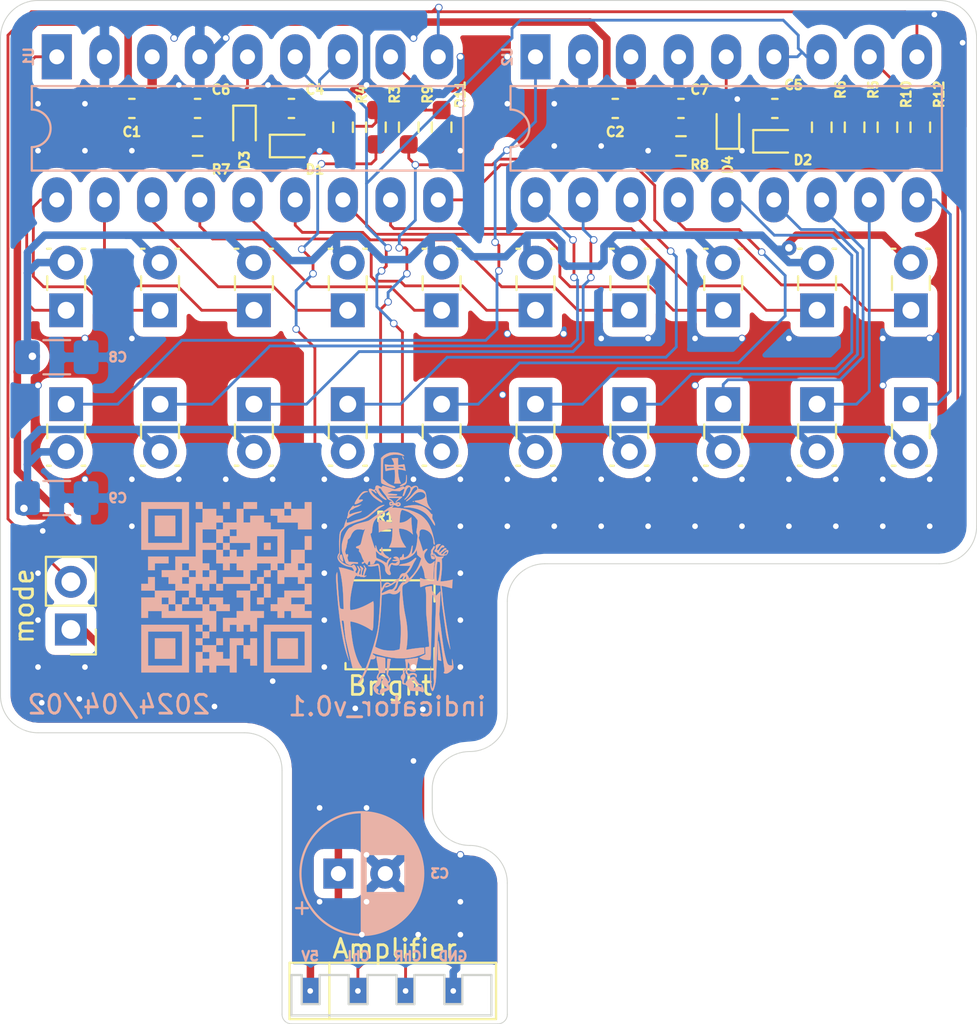
<source format=kicad_pcb>
(kicad_pcb (version 20171130) (host pcbnew "(5.1.7)-1")
  (layers (0 F.Cu signal) (31 B.Cu signal) (34 B.Paste user) (35 F.Paste user) (36 B.SilkS user) (37 F.SilkS user) (38 B.Mask user) (39 F.Mask user) (44 Edge.Cuts user))
  (net 0 "")
  (net 1 GND)
  (net 2 +5V)
  (net 3 "Net-(C4-Pad2)")
  (net 4 "Net-(C4-Pad1)")
  (net 5 "Net-(C5-Pad2)")
  (net 6 "Net-(C5-Pad1)")
  (net 7 "Net-(C6-Pad2)")
  (net 8 "Net-(C7-Pad2)")
  (net 9 "Net-(D5-Pad1)")
  (net 10 "Net-(D6-Pad1)")
  (net 11 "Net-(D7-Pad1)")
  (net 12 "Net-(D8-Pad1)")
  (net 13 "Net-(D9-Pad1)")
  (net 14 "Net-(D10-Pad1)")
  (net 15 "Net-(D11-Pad1)")
  (net 16 "Net-(D12-Pad1)")
  (net 17 "Net-(D13-Pad1)")
  (net 18 "Net-(D14-Pad1)")
  (net 19 "Net-(D15-Pad1)")
  (net 20 "Net-(D16-Pad1)")
  (net 21 "Net-(D17-Pad1)")
  (net 22 "Net-(D18-Pad1)")
  (net 23 "Net-(D19-Pad1)")
  (net 24 "Net-(D20-Pad1)")
  (net 25 "Net-(D21-Pad1)")
  (net 26 "Net-(D22-Pad1)")
  (net 27 "Net-(D23-Pad1)")
  (net 28 "Net-(D24-Pad1)")
  (net 29 /input_l)
  (net 30 /input_r)
  (net 31 "Net-(R10-Pad1)")
  (net 32 "Net-(R11-Pad1)")
  (net 33 /mode)
  (net 34 /bright_8)
  (net 35 /bright_6_7)
  (module mine:knight_10x13mm (layer B.Cu) (at 139 97.5 180)
    (fp_text reference G*** hide)
    (fp_text value LOGO hide)
  )
  (module mine:qr_code_front_10mm (layer B.Cu) (at 130 98.25)
    (fp_text reference G*** hide)
    (fp_text value LOGO hide)
  )
  (module Potentiometer_SMD:Potentiometer_Bourns_3314J_Vertical (layer F.Cu) (at 138.75 100.25 90)
    (fp_text reference R2 hide)
    (fp_text value 10k)
    (pad 3 smd rect (at -1.15 -2 90) (size 1.3 2) (layers F.Cu F.Paste F.Mask) (net 1 GND))
    (pad 2 smd rect (at 0 2 90) (size 2 2) (layers F.Cu F.Paste F.Mask) (net 1 GND))
    (pad 1 smd rect (at 1.15 -2 90) (size 1.3 2) (layers F.Cu F.Paste F.Mask) (net 34 /bright_8))
  )
  (module Package_DIP:DIP-18_W7.62mm_LongPads (layer B.Cu) (at 146.5 70 270)
    (fp_text reference U2 (at 0 1.5 270) (layer B.SilkS) (effects (font (size 0.5 0.5) (thickness 0.125)) (justify mirror)))
    (fp_text value LM3915)
    (pad 18 thru_hole oval (at 7.62 0 270) (size 2.4 1.6) (drill 0.8) (layers *.Cu *.Mask) (net 12 "Net-(D8-Pad1)"))
    (pad 9 thru_hole oval (at 0 -20.32 270) (size 2.4 1.6) (drill 0.8) (layers *.Cu *.Mask) (net 33 /mode))
    (pad 17 thru_hole oval (at 7.62 -2.54 270) (size 2.4 1.6) (drill 0.8) (layers *.Cu *.Mask) (net 14 "Net-(D10-Pad1)"))
    (pad 8 thru_hole oval (at 0 -17.78 270) (size 2.4 1.6) (drill 0.8) (layers *.Cu *.Mask) (net 31 "Net-(R10-Pad1)"))
    (pad 16 thru_hole oval (at 7.62 -5.08 270) (size 2.4 1.6) (drill 0.8) (layers *.Cu *.Mask) (net 16 "Net-(D12-Pad1)"))
    (pad 7 thru_hole oval (at 0 -15.24 270) (size 2.4 1.6) (drill 0.8) (layers *.Cu *.Mask) (net 35 /bright_6_7))
    (pad 15 thru_hole oval (at 7.62 -7.62 270) (size 2.4 1.6) (drill 0.8) (layers *.Cu *.Mask) (net 18 "Net-(D14-Pad1)"))
    (pad 6 thru_hole oval (at 0 -12.7 270) (size 2.4 1.6) (drill 0.8) (layers *.Cu *.Mask) (net 35 /bright_6_7))
    (pad 14 thru_hole oval (at 7.62 -10.16 270) (size 2.4 1.6) (drill 0.8) (layers *.Cu *.Mask) (net 20 "Net-(D16-Pad1)"))
    (pad 5 thru_hole oval (at 0 -10.16 270) (size 2.4 1.6) (drill 0.8) (layers *.Cu *.Mask) (net 8 "Net-(C7-Pad2)"))
    (pad 13 thru_hole oval (at 7.62 -12.7 270) (size 2.4 1.6) (drill 0.8) (layers *.Cu *.Mask) (net 22 "Net-(D18-Pad1)"))
    (pad 4 thru_hole oval (at 0 -7.62 270) (size 2.4 1.6) (drill 0.8) (layers *.Cu *.Mask) (net 1 GND))
    (pad 12 thru_hole oval (at 7.62 -15.24 270) (size 2.4 1.6) (drill 0.8) (layers *.Cu *.Mask) (net 24 "Net-(D20-Pad1)"))
    (pad 3 thru_hole oval (at 0 -5.08 270) (size 2.4 1.6) (drill 0.8) (layers *.Cu *.Mask) (net 2 +5V))
    (pad 11 thru_hole oval (at 7.62 -17.78 270) (size 2.4 1.6) (drill 0.8) (layers *.Cu *.Mask) (net 26 "Net-(D22-Pad1)"))
    (pad 2 thru_hole oval (at 0 -2.54 270) (size 2.4 1.6) (drill 0.8) (layers *.Cu *.Mask) (net 1 GND))
    (pad 10 thru_hole oval (at 7.62 -20.32 270) (size 2.4 1.6) (drill 0.8) (layers *.Cu *.Mask) (net 28 "Net-(D24-Pad1)"))
    (pad 1 thru_hole rect (at 0 0 270) (size 2.4 1.6) (drill 0.8) (layers *.Cu *.Mask) (net 10 "Net-(D6-Pad1)"))
  )
  (module Package_DIP:DIP-18_W7.62mm_LongPads (layer B.Cu) (at 121 70 270)
    (fp_text reference U1 (at 0 1.5 270) (layer B.SilkS) (effects (font (size 0.5 0.5) (thickness 0.125)) (justify mirror)))
    (fp_text value LM3915)
    (pad 18 thru_hole oval (at 7.62 0 270) (size 2.4 1.6) (drill 0.8) (layers *.Cu *.Mask) (net 11 "Net-(D7-Pad1)"))
    (pad 9 thru_hole oval (at 0 -20.32 270) (size 2.4 1.6) (drill 0.8) (layers *.Cu *.Mask) (net 33 /mode))
    (pad 17 thru_hole oval (at 7.62 -2.54 270) (size 2.4 1.6) (drill 0.8) (layers *.Cu *.Mask) (net 13 "Net-(D9-Pad1)"))
    (pad 8 thru_hole oval (at 0 -17.78 270) (size 2.4 1.6) (drill 0.8) (layers *.Cu *.Mask) (net 32 "Net-(R11-Pad1)"))
    (pad 16 thru_hole oval (at 7.62 -5.08 270) (size 2.4 1.6) (drill 0.8) (layers *.Cu *.Mask) (net 15 "Net-(D11-Pad1)"))
    (pad 7 thru_hole oval (at 0 -15.24 270) (size 2.4 1.6) (drill 0.8) (layers *.Cu *.Mask) (net 35 /bright_6_7))
    (pad 15 thru_hole oval (at 7.62 -7.62 270) (size 2.4 1.6) (drill 0.8) (layers *.Cu *.Mask) (net 17 "Net-(D13-Pad1)"))
    (pad 6 thru_hole oval (at 0 -12.7 270) (size 2.4 1.6) (drill 0.8) (layers *.Cu *.Mask) (net 35 /bright_6_7))
    (pad 14 thru_hole oval (at 7.62 -10.16 270) (size 2.4 1.6) (drill 0.8) (layers *.Cu *.Mask) (net 19 "Net-(D15-Pad1)"))
    (pad 5 thru_hole oval (at 0 -10.16 270) (size 2.4 1.6) (drill 0.8) (layers *.Cu *.Mask) (net 7 "Net-(C6-Pad2)"))
    (pad 13 thru_hole oval (at 7.62 -12.7 270) (size 2.4 1.6) (drill 0.8) (layers *.Cu *.Mask) (net 21 "Net-(D17-Pad1)"))
    (pad 4 thru_hole oval (at 0 -7.62 270) (size 2.4 1.6) (drill 0.8) (layers *.Cu *.Mask) (net 1 GND))
    (pad 12 thru_hole oval (at 7.62 -15.24 270) (size 2.4 1.6) (drill 0.8) (layers *.Cu *.Mask) (net 23 "Net-(D19-Pad1)"))
    (pad 3 thru_hole oval (at 0 -5.08 270) (size 2.4 1.6) (drill 0.8) (layers *.Cu *.Mask) (net 2 +5V))
    (pad 11 thru_hole oval (at 7.62 -17.78 270) (size 2.4 1.6) (drill 0.8) (layers *.Cu *.Mask) (net 25 "Net-(D21-Pad1)"))
    (pad 2 thru_hole oval (at 0 -2.54 270) (size 2.4 1.6) (drill 0.8) (layers *.Cu *.Mask) (net 1 GND))
    (pad 10 thru_hole oval (at 7.62 -20.32 270) (size 2.4 1.6) (drill 0.8) (layers *.Cu *.Mask) (net 27 "Net-(D23-Pad1)"))
    (pad 1 thru_hole rect (at 0 0 270) (size 2.4 1.6) (drill 0.8) (layers *.Cu *.Mask) (net 9 "Net-(D5-Pad1)"))
  )
  (module Connector_PinHeader_2.54mm:PinHeader_1x02_P2.54mm_Vertical (layer F.Cu) (at 121.75 100.5 180)
    (fp_text reference SW1 hide)
    (fp_text value mode)
    (pad 2 thru_hole oval (at 0 2.54 180) (size 1.7 1.7) (drill 1) (layers *.Cu *.Mask) (net 33 /mode))
    (pad 1 thru_hole rect (at 0 0 180) (size 1.7 1.7) (drill 1) (layers *.Cu *.Mask) (net 2 +5V))
  )
  (module Resistor_SMD:R_0603_1608Metric_Pad0.98x0.95mm_HandSolder (layer F.Cu) (at 167 73.75 270)
    (fp_text reference R12 (at -1.75 -1 270) (layer F.SilkS) (effects (font (size 0.5 0.5) (thickness 0.125))))
    (fp_text value 0R)
    (pad 2 smd roundrect (at 0.9125 0 270) (size 0.975 0.95) (layers F.Cu F.Paste F.Mask) (net 1 GND))
    (pad 1 smd roundrect (at -0.9125 0 270) (size 0.975 0.95) (layers F.Cu F.Paste F.Mask) (net 31 "Net-(R10-Pad1)"))
  )
  (module Resistor_SMD:R_0603_1608Metric_Pad0.98x0.95mm_HandSolder (layer F.Cu) (at 141.5 73.75 270)
    (fp_text reference R11 (at -1.75 -1 270) (layer F.SilkS) (effects (font (size 0.5 0.5) (thickness 0.125))))
    (fp_text value 0R)
    (pad 2 smd roundrect (at 0.9125 0 270) (size 0.975 0.95) (layers F.Cu F.Paste F.Mask) (net 1 GND))
    (pad 1 smd roundrect (at -0.9125 0 270) (size 0.975 0.95) (layers F.Cu F.Paste F.Mask) (net 32 "Net-(R11-Pad1)"))
  )
  (module Resistor_SMD:R_0603_1608Metric_Pad0.98x0.95mm_HandSolder (layer F.Cu) (at 165.25 73.75 270)
    (fp_text reference R10 (at -1.75 -1 270) (layer F.SilkS) (effects (font (size 0.5 0.5) (thickness 0.125))))
    (fp_text value 0R)
    (pad 2 smd roundrect (at 0.9125 0 270) (size 0.975 0.95) (layers F.Cu F.Paste F.Mask) (net 34 /bright_8))
    (pad 1 smd roundrect (at -0.9125 0 270) (size 0.975 0.95) (layers F.Cu F.Paste F.Mask) (net 31 "Net-(R10-Pad1)"))
  )
  (module Resistor_SMD:R_0603_1608Metric_Pad0.98x0.95mm_HandSolder (layer F.Cu) (at 139.75 73.75 270)
    (fp_text reference R9 (at -1.75 -1 270) (layer F.SilkS) (effects (font (size 0.5 0.5) (thickness 0.125))))
    (fp_text value 0R)
    (pad 2 smd roundrect (at 0.9125 0 270) (size 0.975 0.95) (layers F.Cu F.Paste F.Mask) (net 34 /bright_8))
    (pad 1 smd roundrect (at -0.9125 0 270) (size 0.975 0.95) (layers F.Cu F.Paste F.Mask) (net 32 "Net-(R11-Pad1)"))
  )
  (module Resistor_SMD:R_0603_1608Metric_Pad0.98x0.95mm_HandSolder (layer F.Cu) (at 138.5 95.75 180)
    (fp_text reference R1 (at 0 1.25 180) (layer F.SilkS) (effects (font (size 0.5 0.5) (thickness 0.125))))
    (fp_text value 1k)
    (pad 2 smd roundrect (at 0.9125 0 180) (size 0.975 0.95) (layers F.Cu F.Paste F.Mask) (net 34 /bright_8))
    (pad 1 smd roundrect (at -0.9125 0 180) (size 0.975 0.95) (layers F.Cu F.Paste F.Mask) (net 35 /bright_6_7))
  )
  (module Resistor_SMD:R_0603_1608Metric_Pad0.98x0.95mm_HandSolder (layer F.Cu) (at 154.25 74.75 180)
    (fp_text reference R8 (at -1 -1 180) (layer F.SilkS) (effects (font (size 0.5 0.5) (thickness 0.125))))
    (fp_text value 100k)
    (pad 2 smd roundrect (at 0.9125 0 180) (size 0.975 0.95) (layers F.Cu F.Paste F.Mask) (net 1 GND))
    (pad 1 smd roundrect (at -0.9125 0 180) (size 0.975 0.95) (layers F.Cu F.Paste F.Mask) (net 8 "Net-(C7-Pad2)"))
  )
  (module Resistor_SMD:R_0603_1608Metric_Pad0.98x0.95mm_HandSolder (layer F.Cu) (at 128.5 74.75 180)
    (fp_text reference R7 (at -1.25 -1.25 180) (layer F.SilkS) (effects (font (size 0.5 0.5) (thickness 0.125))))
    (fp_text value 100k)
    (pad 2 smd roundrect (at 0.9125 0 180) (size 0.975 0.95) (layers F.Cu F.Paste F.Mask) (net 1 GND))
    (pad 1 smd roundrect (at -0.9125 0 180) (size 0.975 0.95) (layers F.Cu F.Paste F.Mask) (net 7 "Net-(C6-Pad2)"))
  )
  (module Resistor_SMD:R_0603_1608Metric_Pad0.98x0.95mm_HandSolder (layer F.Cu) (at 161.75 73.75 270)
    (fp_text reference R6 (at -2 -1 270) (layer F.SilkS) (effects (font (size 0.5 0.5) (thickness 0.125))))
    (fp_text value 10k)
    (pad 2 smd roundrect (at 0.9125 0 270) (size 0.975 0.95) (layers F.Cu F.Paste F.Mask) (net 1 GND))
    (pad 1 smd roundrect (at -0.9125 0 270) (size 0.975 0.95) (layers F.Cu F.Paste F.Mask) (net 5 "Net-(C5-Pad2)"))
  )
  (module Resistor_SMD:R_0603_1608Metric_Pad0.98x0.95mm_HandSolder (layer F.Cu) (at 163.5 73.75 90)
    (fp_text reference R5 (at 2 1 90) (layer F.SilkS) (effects (font (size 0.5 0.5) (thickness 0.125))))
    (fp_text value 10k)
    (pad 2 smd roundrect (at 0.9125 0 90) (size 0.975 0.95) (layers F.Cu F.Paste F.Mask) (net 5 "Net-(C5-Pad2)"))
    (pad 1 smd roundrect (at -0.9125 0 90) (size 0.975 0.95) (layers F.Cu F.Paste F.Mask) (net 30 /input_r))
  )
  (module Resistor_SMD:R_0603_1608Metric_Pad0.98x0.95mm_HandSolder (layer F.Cu) (at 136.25 73.75 270)
    (fp_text reference R4 (at -1.75 -1 270) (layer F.SilkS) (effects (font (size 0.5 0.5) (thickness 0.125))))
    (fp_text value 10k)
    (pad 2 smd roundrect (at 0.9125 0 270) (size 0.975 0.95) (layers F.Cu F.Paste F.Mask) (net 1 GND))
    (pad 1 smd roundrect (at -0.9125 0 270) (size 0.975 0.95) (layers F.Cu F.Paste F.Mask) (net 3 "Net-(C4-Pad2)"))
  )
  (module Resistor_SMD:R_0603_1608Metric_Pad0.98x0.95mm_HandSolder (layer F.Cu) (at 138 73.75 90)
    (fp_text reference R3 (at 1.75 1 90) (layer F.SilkS) (effects (font (size 0.5 0.5) (thickness 0.125))))
    (fp_text value 10k)
    (pad 2 smd roundrect (at 0.9125 0 90) (size 0.975 0.95) (layers F.Cu F.Paste F.Mask) (net 3 "Net-(C4-Pad2)"))
    (pad 1 smd roundrect (at -0.9125 0 90) (size 0.975 0.95) (layers F.Cu F.Paste F.Mask) (net 29 /input_l))
  )
  (module mine:Indicator_LM3915_male (layer F.Cu) (at 134.5 119.75)
    (fp_text reference J1 hide)
    (fp_text value Amplifier)
    (fp_line (start -1 1.3) (end 9.65 1.3) (layer Edge.Cuts) (width 0.12))
    (fp_line (start -1 -0.85) (end -0.45 -0.85) (layer Edge.Cuts) (width 0.12))
    (fp_line (start -0.45 -0.85) (end -0.45 0.7) (layer Edge.Cuts) (width 0.12))
    (fp_line (start -1 1.3) (end -1 -0.85) (layer Edge.Cuts) (width 0.12))
    (fp_line (start 0.5 -0.85) (end 2.05 -0.85) (layer Edge.Cuts) (width 0.12))
    (fp_line (start 2.05 -0.85) (end 2.05 0.7) (layer Edge.Cuts) (width 0.12))
    (fp_line (start 0.5 0.7) (end -0.45 0.7) (layer Edge.Cuts) (width 0.12))
    (fp_line (start 0.5 0.7) (end 0.5 -0.85) (layer Edge.Cuts) (width 0.12))
    (fp_line (start 3.05 0.7) (end 2.05 0.7) (layer Edge.Cuts) (width 0.12))
    (fp_line (start 3.05 -0.85) (end 4.6 -0.85) (layer Edge.Cuts) (width 0.12))
    (fp_line (start 3.05 0.7) (end 3.05 -0.85) (layer Edge.Cuts) (width 0.12))
    (fp_line (start 4.6 -0.85) (end 4.6 0.7) (layer Edge.Cuts) (width 0.12))
    (fp_line (start 5.55 0.7) (end 4.6 0.7) (layer Edge.Cuts) (width 0.12))
    (fp_line (start 5.55 -0.85) (end 7.15 -0.85) (layer Edge.Cuts) (width 0.12))
    (fp_line (start 5.55 0.7) (end 5.55 -0.85) (layer Edge.Cuts) (width 0.12))
    (fp_line (start 7.15 -0.85) (end 7.15 0.7) (layer Edge.Cuts) (width 0.12))
    (fp_line (start 8.1 0.7) (end 7.15 0.7) (layer Edge.Cuts) (width 0.12))
    (fp_line (start 8.1 -0.85) (end 9.65 -0.85) (layer Edge.Cuts) (width 0.12))
    (fp_line (start 8.1 0.7) (end 8.1 -0.85) (layer Edge.Cuts) (width 0.12))
    (fp_line (start 9.65 -0.85) (end 9.65 1.3) (layer Edge.Cuts) (width 0.12))
    (pad 1 thru_hole rect (at 0 0) (size 0.9 1.4) (drill 0.3) (layers *.Cu *.Mask) (net 2 +5V))
    (pad 2 thru_hole rect (at 2.54 0) (size 0.9 1.4) (drill 0.3) (layers *.Cu *.Mask) (net 29 /input_l))
    (pad 3 thru_hole rect (at 5.08 0) (size 0.9 1.4) (drill 0.3) (layers *.Cu *.Mask) (net 30 /input_r))
    (pad 4 thru_hole rect (at 7.62 0) (size 0.9 1.4) (drill 0.3) (layers *.Cu *.Mask) (net 1 GND))
  )
  (module LED_THT:LED_Rectangular_W3.9mm_H1.9mm (layer F.Cu) (at 166.5 88.5 270)
    (fp_text reference D24 hide)
    (fp_text value Red)
    (pad 2 thru_hole circle (at 2.54 0 270) (size 1.8 1.8) (drill 0.9) (layers *.Cu *.Mask) (net 2 +5V))
    (pad 1 thru_hole rect (at 0 0 270) (size 1.8 1.8) (drill 0.9) (layers *.Cu *.Mask) (net 28 "Net-(D24-Pad1)"))
  )
  (module LED_THT:LED_Rectangular_W3.9mm_H1.9mm (layer F.Cu) (at 166.5 83.5 90)
    (fp_text reference D23 hide)
    (fp_text value Red)
    (pad 2 thru_hole circle (at 2.54 0 90) (size 1.8 1.8) (drill 0.9) (layers *.Cu *.Mask) (net 2 +5V))
    (pad 1 thru_hole rect (at 0 0 90) (size 1.8 1.8) (drill 0.9) (layers *.Cu *.Mask) (net 27 "Net-(D23-Pad1)"))
  )
  (module LED_THT:LED_Rectangular_W3.9mm_H1.9mm (layer F.Cu) (at 161.5 88.5 270)
    (fp_text reference D22 hide)
    (fp_text value Red)
    (pad 2 thru_hole circle (at 2.54 0 270) (size 1.8 1.8) (drill 0.9) (layers *.Cu *.Mask) (net 2 +5V))
    (pad 1 thru_hole rect (at 0 0 270) (size 1.8 1.8) (drill 0.9) (layers *.Cu *.Mask) (net 26 "Net-(D22-Pad1)"))
  )
  (module LED_THT:LED_Rectangular_W3.9mm_H1.9mm (layer F.Cu) (at 161.5 83.5 90)
    (fp_text reference D21 hide)
    (fp_text value Red)
    (pad 2 thru_hole circle (at 2.54 0 90) (size 1.8 1.8) (drill 0.9) (layers *.Cu *.Mask) (net 2 +5V))
    (pad 1 thru_hole rect (at 0 0 90) (size 1.8 1.8) (drill 0.9) (layers *.Cu *.Mask) (net 25 "Net-(D21-Pad1)"))
  )
  (module LED_THT:LED_Rectangular_W3.9mm_H1.9mm (layer F.Cu) (at 156.5 88.5 270)
    (fp_text reference D20 hide)
    (fp_text value Yellow)
    (pad 2 thru_hole circle (at 2.54 0 270) (size 1.8 1.8) (drill 0.9) (layers *.Cu *.Mask) (net 2 +5V))
    (pad 1 thru_hole rect (at 0 0 270) (size 1.8 1.8) (drill 0.9) (layers *.Cu *.Mask) (net 24 "Net-(D20-Pad1)"))
  )
  (module LED_THT:LED_Rectangular_W3.9mm_H1.9mm (layer F.Cu) (at 156.5 83.5 90)
    (fp_text reference D19 hide)
    (fp_text value Yellow)
    (pad 2 thru_hole circle (at 2.54 0 90) (size 1.8 1.8) (drill 0.9) (layers *.Cu *.Mask) (net 2 +5V))
    (pad 1 thru_hole rect (at 0 0 90) (size 1.8 1.8) (drill 0.9) (layers *.Cu *.Mask) (net 23 "Net-(D19-Pad1)"))
  )
  (module LED_THT:LED_Rectangular_W3.9mm_H1.9mm (layer F.Cu) (at 151.5 88.5 270)
    (fp_text reference D18 hide)
    (fp_text value Yellow)
    (pad 2 thru_hole circle (at 2.54 0 270) (size 1.8 1.8) (drill 0.9) (layers *.Cu *.Mask) (net 2 +5V))
    (pad 1 thru_hole rect (at 0 0 270) (size 1.8 1.8) (drill 0.9) (layers *.Cu *.Mask) (net 22 "Net-(D18-Pad1)"))
  )
  (module LED_THT:LED_Rectangular_W3.9mm_H1.9mm (layer F.Cu) (at 151.5 83.5 90)
    (fp_text reference D17 hide)
    (fp_text value Yellow)
    (pad 2 thru_hole circle (at 2.54 0 90) (size 1.8 1.8) (drill 0.9) (layers *.Cu *.Mask) (net 2 +5V))
    (pad 1 thru_hole rect (at 0 0 90) (size 1.8 1.8) (drill 0.9) (layers *.Cu *.Mask) (net 21 "Net-(D17-Pad1)"))
  )
  (module LED_THT:LED_Rectangular_W3.9mm_H1.9mm (layer F.Cu) (at 146.5 88.5 270)
    (fp_text reference D16 hide)
    (fp_text value Yellow)
    (pad 2 thru_hole circle (at 2.54 0 270) (size 1.8 1.8) (drill 0.9) (layers *.Cu *.Mask) (net 2 +5V))
    (pad 1 thru_hole rect (at 0 0 270) (size 1.8 1.8) (drill 0.9) (layers *.Cu *.Mask) (net 20 "Net-(D16-Pad1)"))
  )
  (module LED_THT:LED_Rectangular_W3.9mm_H1.9mm (layer F.Cu) (at 146.5 83.5 90)
    (fp_text reference D15 hide)
    (fp_text value Yellow)
    (pad 2 thru_hole circle (at 2.54 0 90) (size 1.8 1.8) (drill 0.9) (layers *.Cu *.Mask) (net 2 +5V))
    (pad 1 thru_hole rect (at 0 0 90) (size 1.8 1.8) (drill 0.9) (layers *.Cu *.Mask) (net 19 "Net-(D15-Pad1)"))
  )
  (module LED_THT:LED_Rectangular_W3.9mm_H1.9mm (layer F.Cu) (at 141.5 88.5 270)
    (fp_text reference D14 hide)
    (fp_text value Green)
    (pad 2 thru_hole circle (at 2.54 0 270) (size 1.8 1.8) (drill 0.9) (layers *.Cu *.Mask) (net 2 +5V))
    (pad 1 thru_hole rect (at 0 0 270) (size 1.8 1.8) (drill 0.9) (layers *.Cu *.Mask) (net 18 "Net-(D14-Pad1)"))
  )
  (module LED_THT:LED_Rectangular_W3.9mm_H1.9mm (layer F.Cu) (at 141.5 83.5 90)
    (fp_text reference D13 hide)
    (fp_text value Green)
    (pad 2 thru_hole circle (at 2.54 0 90) (size 1.8 1.8) (drill 0.9) (layers *.Cu *.Mask) (net 2 +5V))
    (pad 1 thru_hole rect (at 0 0 90) (size 1.8 1.8) (drill 0.9) (layers *.Cu *.Mask) (net 17 "Net-(D13-Pad1)"))
  )
  (module LED_THT:LED_Rectangular_W3.9mm_H1.9mm (layer F.Cu) (at 136.5 88.5 270)
    (fp_text reference D12 hide)
    (fp_text value Green)
    (pad 2 thru_hole circle (at 2.54 0 270) (size 1.8 1.8) (drill 0.9) (layers *.Cu *.Mask) (net 2 +5V))
    (pad 1 thru_hole rect (at 0 0 270) (size 1.8 1.8) (drill 0.9) (layers *.Cu *.Mask) (net 16 "Net-(D12-Pad1)"))
  )
  (module LED_THT:LED_Rectangular_W3.9mm_H1.9mm (layer F.Cu) (at 136.5 83.5 90)
    (fp_text reference D11 hide)
    (fp_text value Green)
    (pad 2 thru_hole circle (at 2.54 0 90) (size 1.8 1.8) (drill 0.9) (layers *.Cu *.Mask) (net 2 +5V))
    (pad 1 thru_hole rect (at 0 0 90) (size 1.8 1.8) (drill 0.9) (layers *.Cu *.Mask) (net 15 "Net-(D11-Pad1)"))
  )
  (module LED_THT:LED_Rectangular_W3.9mm_H1.9mm (layer F.Cu) (at 131.5 88.5 270)
    (fp_text reference D10 hide)
    (fp_text value Green)
    (pad 2 thru_hole circle (at 2.54 0 270) (size 1.8 1.8) (drill 0.9) (layers *.Cu *.Mask) (net 2 +5V))
    (pad 1 thru_hole rect (at 0 0 270) (size 1.8 1.8) (drill 0.9) (layers *.Cu *.Mask) (net 14 "Net-(D10-Pad1)"))
  )
  (module LED_THT:LED_Rectangular_W3.9mm_H1.9mm (layer F.Cu) (at 131.5 83.5 90)
    (fp_text reference D9 hide)
    (fp_text value Green)
    (pad 2 thru_hole circle (at 2.54 0 90) (size 1.8 1.8) (drill 0.9) (layers *.Cu *.Mask) (net 2 +5V))
    (pad 1 thru_hole rect (at 0 0 90) (size 1.8 1.8) (drill 0.9) (layers *.Cu *.Mask) (net 13 "Net-(D9-Pad1)"))
  )
  (module LED_THT:LED_Rectangular_W3.9mm_H1.9mm (layer F.Cu) (at 126.5 88.5 270)
    (fp_text reference D8 hide)
    (fp_text value Green)
    (pad 2 thru_hole circle (at 2.54 0 270) (size 1.8 1.8) (drill 0.9) (layers *.Cu *.Mask) (net 2 +5V))
    (pad 1 thru_hole rect (at 0 0 270) (size 1.8 1.8) (drill 0.9) (layers *.Cu *.Mask) (net 12 "Net-(D8-Pad1)"))
  )
  (module LED_THT:LED_Rectangular_W3.9mm_H1.9mm (layer F.Cu) (at 126.5 83.5 90)
    (fp_text reference D7 hide)
    (fp_text value Green)
    (pad 2 thru_hole circle (at 2.54 0 90) (size 1.8 1.8) (drill 0.9) (layers *.Cu *.Mask) (net 2 +5V))
    (pad 1 thru_hole rect (at 0 0 90) (size 1.8 1.8) (drill 0.9) (layers *.Cu *.Mask) (net 11 "Net-(D7-Pad1)"))
  )
  (module LED_THT:LED_Rectangular_W3.9mm_H1.9mm (layer F.Cu) (at 121.5 88.5 270)
    (fp_text reference D6 hide)
    (fp_text value Green)
    (pad 2 thru_hole circle (at 2.54 0 270) (size 1.8 1.8) (drill 0.9) (layers *.Cu *.Mask) (net 2 +5V))
    (pad 1 thru_hole rect (at 0 0 270) (size 1.8 1.8) (drill 0.9) (layers *.Cu *.Mask) (net 10 "Net-(D6-Pad1)"))
  )
  (module LED_THT:LED_Rectangular_W3.9mm_H1.9mm (layer F.Cu) (at 121.5 83.5 90)
    (fp_text reference D5 hide)
    (fp_text value Green)
    (pad 2 thru_hole circle (at 2.54 0 90) (size 1.8 1.8) (drill 0.9) (layers *.Cu *.Mask) (net 2 +5V))
    (pad 1 thru_hole rect (at 0 0 90) (size 1.8 1.8) (drill 0.9) (layers *.Cu *.Mask) (net 9 "Net-(D5-Pad1)"))
  )
  (module Diode_SMD:D_SOD-523 (layer F.Cu) (at 156.75 73.75 90)
    (fp_text reference D4 (at -2 0 90) (layer F.SilkS) (effects (font (size 0.5 0.5) (thickness 0.125))))
    (fp_text value 1N5819)
    (pad 1 smd rect (at -0.7 0 270) (size 0.6 0.7) (layers F.Cu F.Paste F.Mask) (net 8 "Net-(C7-Pad2)"))
    (pad 2 smd rect (at 0.7 0 270) (size 0.6 0.7) (layers F.Cu F.Paste F.Mask) (net 6 "Net-(C5-Pad1)"))
  )
  (module Diode_SMD:D_SOD-523 (layer F.Cu) (at 131 73.75 270)
    (fp_text reference D3 (at 1.75 0 270) (layer F.SilkS) (effects (font (size 0.5 0.5) (thickness 0.125))))
    (fp_text value 1N5819)
    (pad 1 smd rect (at -0.7 0 90) (size 0.6 0.7) (layers F.Cu F.Paste F.Mask) (net 7 "Net-(C6-Pad2)"))
    (pad 2 smd rect (at 0.7 0 90) (size 0.6 0.7) (layers F.Cu F.Paste F.Mask) (net 4 "Net-(C4-Pad1)"))
  )
  (module Diode_SMD:D_SOD-523 (layer F.Cu) (at 159.25 74.5)
    (fp_text reference D2 (at 1.5 1) (layer F.SilkS) (effects (font (size 0.5 0.5) (thickness 0.125))))
    (fp_text value 1N5819)
    (pad 1 smd rect (at -0.7 0 180) (size 0.6 0.7) (layers F.Cu F.Paste F.Mask) (net 6 "Net-(C5-Pad1)"))
    (pad 2 smd rect (at 0.7 0 180) (size 0.6 0.7) (layers F.Cu F.Paste F.Mask) (net 1 GND))
  )
  (module Diode_SMD:D_SOD-523 (layer F.Cu) (at 133.5 74.75)
    (fp_text reference D1 (at 1.25 1.25) (layer F.SilkS) (effects (font (size 0.5 0.5) (thickness 0.125))))
    (fp_text value 1N5819)
    (pad 1 smd rect (at -0.7 0 180) (size 0.6 0.7) (layers F.Cu F.Paste F.Mask) (net 4 "Net-(C4-Pad1)"))
    (pad 2 smd rect (at 0.7 0 180) (size 0.6 0.7) (layers F.Cu F.Paste F.Mask) (net 1 GND))
  )
  (module Capacitor_SMD:C_1206_3216Metric_Pad1.33x1.80mm_HandSolder (layer B.Cu) (at 121 93.5)
    (fp_text reference C9 (at 3.25 0) (layer B.SilkS) (effects (font (size 0.5 0.5) (thickness 0.125)) (justify mirror)))
    (fp_text value 4.7u)
    (pad 2 smd roundrect (at 1.5625 0) (size 1.325 1.8) (layers B.Cu B.Paste B.Mask) (roundrect_rratio 0.1886784905660377) (net 1 GND))
    (pad 1 smd roundrect (at -1.5625 0) (size 1.325 1.8) (layers B.Cu B.Paste B.Mask) (roundrect_rratio 0.1886784905660377) (net 2 +5V))
  )
  (module Capacitor_SMD:C_1206_3216Metric_Pad1.33x1.80mm_HandSolder (layer B.Cu) (at 121 86)
    (fp_text reference C8 (at 3.25 0) (layer B.SilkS) (effects (font (size 0.5 0.5) (thickness 0.125)) (justify mirror)))
    (fp_text value 4.7u)
    (pad 2 smd roundrect (at 1.5625 0) (size 1.325 1.8) (layers B.Cu B.Paste B.Mask) (roundrect_rratio 0.1886784905660377) (net 1 GND))
    (pad 1 smd roundrect (at -1.5625 0) (size 1.325 1.8) (layers B.Cu B.Paste B.Mask) (roundrect_rratio 0.1886784905660377) (net 2 +5V))
  )
  (module Capacitor_SMD:C_0603_1608Metric_Pad1.08x0.95mm_HandSolder (layer F.Cu) (at 154.25 72.75)
    (fp_text reference C7 (at 1 -1) (layer F.SilkS) (effects (font (size 0.5 0.5) (thickness 0.125))))
    (fp_text value 1u)
    (pad 2 smd roundrect (at 0.8625 0) (size 1.075 0.95) (layers F.Cu F.Paste F.Mask) (net 8 "Net-(C7-Pad2)"))
    (pad 1 smd roundrect (at -0.8625 0) (size 1.075 0.95) (layers F.Cu F.Paste F.Mask) (net 1 GND))
  )
  (module Capacitor_SMD:C_0603_1608Metric_Pad1.08x0.95mm_HandSolder (layer F.Cu) (at 128.5 72.75)
    (fp_text reference C6 (at 1.25 -1) (layer F.SilkS) (effects (font (size 0.5 0.5) (thickness 0.125))))
    (fp_text value 1u)
    (pad 2 smd roundrect (at 0.8625 0) (size 1.075 0.95) (layers F.Cu F.Paste F.Mask) (net 7 "Net-(C6-Pad2)"))
    (pad 1 smd roundrect (at -0.8625 0) (size 1.075 0.95) (layers F.Cu F.Paste F.Mask) (net 1 GND))
  )
  (module Capacitor_SMD:C_0603_1608Metric_Pad1.08x0.95mm_HandSolder (layer F.Cu) (at 159.25 72.75)
    (fp_text reference C5 (at 1 -1.25) (layer F.SilkS) (effects (font (size 0.5 0.5) (thickness 0.125))))
    (fp_text value 1u)
    (pad 2 smd roundrect (at 0.8625 0) (size 1.075 0.95) (layers F.Cu F.Paste F.Mask) (net 5 "Net-(C5-Pad2)"))
    (pad 1 smd roundrect (at -0.8625 0) (size 1.075 0.95) (layers F.Cu F.Paste F.Mask) (net 6 "Net-(C5-Pad1)"))
  )
  (module Capacitor_SMD:C_0603_1608Metric_Pad1.08x0.95mm_HandSolder (layer F.Cu) (at 133.5 72.75)
    (fp_text reference C4 (at 1.25 -1) (layer F.SilkS) (effects (font (size 0.5 0.5) (thickness 0.125))))
    (fp_text value 1u)
    (pad 2 smd roundrect (at 0.8625 0) (size 1.075 0.95) (layers F.Cu F.Paste F.Mask) (net 3 "Net-(C4-Pad2)"))
    (pad 1 smd roundrect (at -0.8625 0) (size 1.075 0.95) (layers F.Cu F.Paste F.Mask) (net 4 "Net-(C4-Pad1)"))
  )
  (module Capacitor_THT:CP_Radial_D6.3mm_P2.50mm (layer B.Cu) (at 136 113.5)
    (fp_text reference C3 (at 5.4 0) (layer B.SilkS) (effects (font (size 0.5 0.5) (thickness 0.125)) (justify mirror)))
    (fp_text value 470u)
    (pad 2 thru_hole circle (at 2.5 0) (size 1.6 1.6) (drill 0.8) (layers *.Cu *.Mask) (net 1 GND))
    (pad 1 thru_hole rect (at 0 0) (size 1.6 1.6) (drill 0.8) (layers *.Cu *.Mask) (net 2 +5V))
  )
  (module Capacitor_SMD:C_0603_1608Metric_Pad1.08x0.95mm_HandSolder (layer F.Cu) (at 150.75 72.75 180)
    (fp_text reference C2 (at 0 -1.25 180) (layer F.SilkS) (effects (font (size 0.5 0.5) (thickness 0.125))))
    (fp_text value 100n)
    (pad 2 smd roundrect (at 0.8625 0 180) (size 1.075 0.95) (layers F.Cu F.Paste F.Mask) (net 1 GND))
    (pad 1 smd roundrect (at -0.8625 0 180) (size 1.075 0.95) (layers F.Cu F.Paste F.Mask) (net 2 +5V))
  )
  (module Capacitor_SMD:C_0603_1608Metric_Pad1.08x0.95mm_HandSolder (layer F.Cu) (at 125 72.75 180)
    (fp_text reference C1 (at 0 -1.25 180) (layer F.SilkS) (effects (font (size 0.5 0.5) (thickness 0.125))))
    (fp_text value 100n)
    (pad 2 smd roundrect (at 0.8625 0 180) (size 1.075 0.95) (layers F.Cu F.Paste F.Mask) (net 1 GND))
    (pad 1 smd roundrect (at -0.8625 0 180) (size 1.075 0.95) (layers F.Cu F.Paste F.Mask) (net 2 +5V))
  )
  (gr_text GND (at 142.1 117.9) (layer B.SilkS) (effects (font (size 0.5 0.5) (thickness 0.125)) (justify mirror)))
  (gr_text ChR (at 139.7 117.9) (layer B.SilkS) (effects (font (size 0.5 0.5) (thickness 0.125)) (justify mirror)))
  (gr_text ChL (at 137 117.9) (layer B.SilkS) (effects (font (size 0.5 0.5) (thickness 0.125)) (justify mirror)))
  (gr_text 5V (at 134.5 117.9) (layer B.SilkS) (effects (font (size 0.5 0.5) (thickness 0.125)) (justify mirror)))
  (gr_text indicator_v0.1 (at 138.6 104.6) (layer B.SilkS) (effects (font (size 1 1)) (justify mirror)))
  (gr_text 2024/04/02 (at 124.3 104.5) (layer B.SilkS) (effects (font (size 1 1)) (justify mirror)))
  (gr_text Amplifier (at 139 117.5) (layer F.SilkS) (effects (font (size 1 1))))
  (gr_text Bright (at 138.75 103.5) (layer F.SilkS) (effects (font (size 1 1))))
  (gr_text mode (at 119.25 99.25 90) (layer F.SilkS) (effects (font (size 1 1))))
  (gr_arc (start 131 108) (end 133 108) (angle -90) (layer Edge.Cuts) (width 0.05))
  (gr_arc (start 120 104) (end 118 104) (angle -90) (layer Edge.Cuts) (width 0.05))
  (gr_arc (start 120 69) (end 120 67) (angle -90) (layer Edge.Cuts) (width 0.05))
  (gr_arc (start 168 69) (end 170 69) (angle -90) (layer Edge.Cuts) (width 0.05))
  (gr_arc (start 168 95) (end 168 97) (angle -90) (layer Edge.Cuts) (width 0.05))
  (gr_arc (start 147 99) (end 147 97) (angle -90) (layer Edge.Cuts) (width 0.05))
  (gr_arc (start 143 105) (end 143 107) (angle -90) (layer Edge.Cuts) (width 0.05))
  (gr_arc (start 143 114) (end 145 114) (angle -90) (layer Edge.Cuts) (width 0.05))
  (gr_arc (start 143 110) (end 141 110) (angle -90) (layer Edge.Cuts) (width 0.05))
  (gr_arc (start 143 109) (end 143 107) (angle -90) (layer Edge.Cuts) (width 0.05))
  (gr_arc (start 133.5 121) (end 133 121) (angle -90) (layer Edge.Cuts) (width 0.05))
  (gr_line (start 144.5 121.5) (end 133.5 121.5) (layer Edge.Cuts) (width 0.05))
  (gr_arc (start 144.5 121) (end 144.5 121.5) (angle -90) (layer Edge.Cuts) (width 0.05))
  (gr_line (start 168 67) (end 120 67) (layer Edge.Cuts) (width 0.05))
  (gr_line (start 170 95) (end 170 69) (layer Edge.Cuts) (width 0.05))
  (gr_line (start 147 97) (end 168 97) (layer Edge.Cuts) (width 0.05))
  (gr_line (start 118 104) (end 118 69) (layer Edge.Cuts) (width 0.05))
  (gr_line (start 131 106) (end 120 106) (layer Edge.Cuts) (width 0.05))
  (gr_line (start 133 121) (end 133 108) (layer Edge.Cuts) (width 0.05))
  (gr_line (start 145 105) (end 145 99) (layer Edge.Cuts) (width 0.05))
  (gr_line (start 141 110) (end 141 109) (layer Edge.Cuts) (width 0.05))
  (gr_line (start 145 121) (end 145 114) (layer Edge.Cuts) (width 0.05))
  (via (at 142.5 72.5) (size 0.4) (drill 0.3) (layers F.Cu B.Cu) (net 0))
  (via (at 135 75) (size 0.4) (drill 0.3) (layers F.Cu B.Cu) (net 1))
  (via (at 142.5 75) (size 0.4) (drill 0.3) (layers F.Cu B.Cu) (net 1))
  (via (at 140 69) (size 0.4) (drill 0.3) (layers F.Cu B.Cu) (net 1))
  (via (at 137.5 71.5) (size 0.4) (drill 0.3) (layers F.Cu B.Cu) (net 1))
  (via (at 130 69) (size 0.4) (drill 0.3) (layers F.Cu B.Cu) (net 1))
  (via (at 127.25 69) (size 0.4) (drill 0.3) (layers F.Cu B.Cu) (net 1))
  (via (at 142.5 70) (size 0.4) (drill 0.3) (layers F.Cu B.Cu) (net 1))
  (via (at 167.5 85) (size 0.4) (drill 0.3) (layers F.Cu B.Cu) (net 1))
  (via (at 165 87.5) (size 0.4) (drill 0.3) (layers F.Cu B.Cu) (net 1))
  (via (at 157.5 85) (size 0.4) (drill 0.3) (layers F.Cu B.Cu) (net 1))
  (via (at 155 87.5) (size 0.4) (drill 0.3) (layers F.Cu B.Cu) (net 1))
  (via (at 144.75 88) (size 0.4) (drill 0.3) (layers F.Cu B.Cu) (net 1))
  (via (at 148 84.75) (size 0.4) (drill 0.3) (layers F.Cu B.Cu) (net 1))
  (via (at 152.5 85) (size 0.4) (drill 0.3) (layers F.Cu B.Cu) (net 1))
  (via (at 142.5 112.5) (size 0.4) (drill 0.3) (layers F.Cu B.Cu) (net 1))
  (via (at 120.25 95.25) (size 0.4) (drill 0.3) (layers F.Cu B.Cu) (net 1))
  (via (at 120 87.5) (size 0.4) (drill 0.3) (layers F.Cu B.Cu) (net 1))
  (via (at 122.5 85) (size 0.4) (drill 0.3) (layers F.Cu B.Cu) (net 1))
  (via (at 120 72.5) (size 0.4) (drill 0.3) (layers F.Cu B.Cu) (net 1))
  (via (at 122.5 72.5) (size 0.4) (drill 0.3) (layers F.Cu B.Cu) (net 1))
  (via (at 120 75) (size 0.4) (drill 0.3) (layers F.Cu B.Cu) (net 1))
  (via (at 122.5 75) (size 0.4) (drill 0.3) (layers F.Cu B.Cu) (net 1))
  (via (at 125 75) (size 0.4) (drill 0.3) (layers F.Cu B.Cu) (net 1))
  (via (at 145 70) (size 0.4) (drill 0.3) (layers F.Cu B.Cu) (net 1))
  (via (at 145 72.5) (size 0.4) (drill 0.3) (layers F.Cu B.Cu) (net 1))
  (via (at 147.5 74.75) (size 0.4) (drill 0.3) (layers F.Cu B.Cu) (net 1))
  (via (at 147.5 72.5) (size 0.4) (drill 0.3) (layers F.Cu B.Cu) (net 1))
  (via (at 150 74.75) (size 0.4) (drill 0.3) (layers F.Cu B.Cu) (net 1))
  (via (at 152.5 75) (size 0.4) (drill 0.3) (layers F.Cu B.Cu) (net 1))
  (via (at 157.5 75) (size 0.4) (drill 0.3) (layers F.Cu B.Cu) (net 1))
  (via (at 157.25 72.25) (size 0.4) (drill 0.3) (layers F.Cu B.Cu) (net 1))
  (via (at 165 85) (size 0.4) (drill 0.3) (layers F.Cu B.Cu) (net 1))
  (via (at 165 92.5) (size 0.4) (drill 0.3) (layers F.Cu B.Cu) (net 1))
  (via (at 167.5 92.5) (size 0.4) (drill 0.3) (layers F.Cu B.Cu) (net 1))
  (via (at 167.5 95) (size 0.4) (drill 0.3) (layers F.Cu B.Cu) (net 1))
  (via (at 165 95) (size 0.4) (drill 0.3) (layers F.Cu B.Cu) (net 1))
  (via (at 162.5 95) (size 0.4) (drill 0.3) (layers F.Cu B.Cu) (net 1))
  (via (at 162.5 92.5) (size 0.4) (drill 0.3) (layers F.Cu B.Cu) (net 1))
  (via (at 160 92.5) (size 0.4) (drill 0.3) (layers F.Cu B.Cu) (net 1))
  (via (at 160 95) (size 0.4) (drill 0.3) (layers F.Cu B.Cu) (net 1))
  (via (at 157.5 95) (size 0.4) (drill 0.3) (layers F.Cu B.Cu) (net 1))
  (via (at 157.5 92.5) (size 0.4) (drill 0.3) (layers F.Cu B.Cu) (net 1))
  (via (at 160 85) (size 0.4) (drill 0.3) (layers F.Cu B.Cu) (net 1))
  (via (at 155 85) (size 0.4) (drill 0.3) (layers F.Cu B.Cu) (net 1))
  (via (at 155 92.5) (size 0.4) (drill 0.3) (layers F.Cu B.Cu) (net 1))
  (via (at 155 95) (size 0.4) (drill 0.3) (layers F.Cu B.Cu) (net 1))
  (via (at 152.5 95) (size 0.4) (drill 0.3) (layers F.Cu B.Cu) (net 1))
  (via (at 152.5 92.5) (size 0.4) (drill 0.3) (layers F.Cu B.Cu) (net 1))
  (via (at 150 92.5) (size 0.4) (drill 0.3) (layers F.Cu B.Cu) (net 1))
  (via (at 150 95) (size 0.4) (drill 0.3) (layers F.Cu B.Cu) (net 1))
  (via (at 147.5 95) (size 0.4) (drill 0.3) (layers F.Cu B.Cu) (net 1))
  (via (at 147.5 92.5) (size 0.4) (drill 0.3) (layers F.Cu B.Cu) (net 1))
  (via (at 145 92.5) (size 0.4) (drill 0.3) (layers F.Cu B.Cu) (net 1))
  (via (at 145 95) (size 0.4) (drill 0.3) (layers F.Cu B.Cu) (net 1))
  (via (at 145 84.75) (size 0.4) (drill 0.3) (layers F.Cu B.Cu) (net 1))
  (via (at 150 85) (size 0.4) (drill 0.3) (layers F.Cu B.Cu) (net 1))
  (via (at 142.5 92.5) (size 0.4) (drill 0.3) (layers F.Cu B.Cu) (net 1))
  (via (at 142.5 95) (size 0.4) (drill 0.3) (layers F.Cu B.Cu) (net 1))
  (via (at 140 92.5) (size 0.4) (drill 0.3) (layers F.Cu B.Cu) (net 1))
  (via (at 142.5 97.5) (size 0.4) (drill 0.3) (layers F.Cu B.Cu) (net 1))
  (via (at 142.5 100) (size 0.4) (drill 0.3) (layers F.Cu B.Cu) (net 1))
  (via (at 142.5 102.5) (size 0.4) (drill 0.3) (layers F.Cu B.Cu) (net 1))
  (via (at 140.5 104.75) (size 0.4) (drill 0.3) (layers F.Cu B.Cu) (net 1))
  (via (at 140 102.5) (size 0.4) (drill 0.3) (layers F.Cu B.Cu) (net 1))
  (via (at 136.9 104.7) (size 0.4) (drill 0.3) (layers F.Cu B.Cu) (net 1))
  (via (at 135.25 102.5) (size 0.4) (drill 0.3) (layers F.Cu B.Cu) (net 1))
  (via (at 135.25 97.5) (size 0.4) (drill 0.3) (layers F.Cu B.Cu) (net 1))
  (via (at 135.25 100) (size 0.4) (drill 0.3) (layers F.Cu B.Cu) (net 1))
  (via (at 135.25 95) (size 0.4) (drill 0.3) (layers F.Cu B.Cu) (net 1))
  (via (at 135.25 92.5) (size 0.4) (drill 0.3) (layers F.Cu B.Cu) (net 1))
  (via (at 137.5 92.5) (size 0.4) (drill 0.3) (layers F.Cu B.Cu) (net 1))
  (via (at 140 107.5) (size 0.4) (drill 0.3) (layers F.Cu B.Cu) (net 1))
  (via (at 137.5 110) (size 0.4) (drill 0.3) (layers F.Cu B.Cu) (net 1))
  (via (at 137.5 112.5) (size 0.4) (drill 0.3) (layers F.Cu B.Cu) (net 1))
  (via (at 137.5 115) (size 0.4) (drill 0.3) (layers F.Cu B.Cu) (net 1))
  (via (at 137.25 116.75) (size 0.4) (drill 0.3) (layers F.Cu B.Cu) (net 1))
  (via (at 140.25 116.75) (size 0.4) (drill 0.3) (layers F.Cu B.Cu) (net 1))
  (via (at 142.5 116.75) (size 0.4) (drill 0.3) (layers F.Cu B.Cu) (net 1))
  (via (at 142.5 115) (size 0.4) (drill 0.3) (layers F.Cu B.Cu) (net 1))
  (via (at 135 115) (size 0.4) (drill 0.3) (layers F.Cu B.Cu) (net 1))
  (via (at 135 110) (size 0.4) (drill 0.3) (layers F.Cu B.Cu) (net 1))
  (via (at 129.4 104.6) (size 0.4) (drill 0.3) (layers F.Cu B.Cu) (net 1))
  (via (at 122.2 104.2) (size 0.4) (drill 0.3) (layers F.Cu B.Cu) (net 1))
  (via (at 120.2 104.4) (size 0.4) (drill 0.3) (layers F.Cu B.Cu) (net 1))
  (via (at 120 102.5) (size 0.4) (drill 0.3) (layers F.Cu B.Cu) (net 1))
  (via (at 122.5 102.5) (size 0.4) (drill 0.3) (layers F.Cu B.Cu) (net 1))
  (via (at 120 100) (size 0.4) (drill 0.3) (layers F.Cu B.Cu) (net 1))
  (via (at 120 97.5) (size 0.4) (drill 0.3) (layers F.Cu B.Cu) (net 1))
  (via (at 125 95) (size 0.4) (drill 0.3) (layers F.Cu B.Cu) (net 1))
  (via (at 132.5 92.5) (size 0.4) (drill 0.3) (layers F.Cu B.Cu) (net 1))
  (via (at 130 92.5) (size 0.4) (drill 0.3) (layers F.Cu B.Cu) (net 1))
  (via (at 127.5 92.5) (size 0.4) (drill 0.3) (layers F.Cu B.Cu) (net 1))
  (via (at 125 92.5) (size 0.4) (drill 0.3) (layers F.Cu B.Cu) (net 1))
  (via (at 122.5 92.5) (size 0.4) (drill 0.3) (layers F.Cu B.Cu) (net 1))
  (via (at 125 85) (size 0.4) (drill 0.3) (layers F.Cu B.Cu) (net 1))
  (via (at 167.75 67.75) (size 0.4) (drill 0.3) (layers F.Cu B.Cu) (net 1))
  (via (at 169.25 69.25) (size 0.4) (drill 0.3) (layers F.Cu B.Cu) (net 1))
  (segment (start 157.5 75) (end 157.97499 75.47499) (width 0.4) (layer F.Cu) (net 1))
  (segment (start 160.93751 75.47499) (end 161.75 74.6625) (width 0.4) (layer F.Cu) (net 1))
  (segment (start 159.95 74.74998) (end 159.22499 75.47499) (width 0.4) (layer F.Cu) (net 1))
  (segment (start 159.95 74.5) (end 159.95 74.74998) (width 0.4) (layer F.Cu) (net 1))
  (segment (start 159.22499 75.47499) (end 160.93751 75.47499) (width 0.4) (layer F.Cu) (net 1))
  (segment (start 157.97499 75.47499) (end 159.22499 75.47499) (width 0.4) (layer F.Cu) (net 1))
  (via (at 132.25 71.5) (size 0.4) (drill 0.3) (layers F.Cu B.Cu) (net 1))
  (via (at 127.5 71.5) (size 0.4) (drill 0.3) (layers F.Cu B.Cu) (net 1))
  (segment (start 129 70) (end 130 69) (width 0.4) (layer B.Cu) (net 1))
  (segment (start 128.62 70) (end 129 70) (width 0.4) (layer B.Cu) (net 1))
  (segment (start 135.9125 75) (end 136.25 74.6625) (width 0.4) (layer F.Cu) (net 1))
  (segment (start 135 75) (end 135.9125 75) (width 0.4) (layer F.Cu) (net 1))
  (segment (start 134.45 75) (end 134.2 74.75) (width 0.4) (layer F.Cu) (net 1))
  (segment (start 135 75) (end 134.45 75) (width 0.4) (layer F.Cu) (net 1))
  (segment (start 137.5 71.5) (end 137.5 68.5) (width 0.4) (layer B.Cu) (net 1))
  (segment (start 139.39999 68.39999) (end 140 69) (width 0.4) (layer B.Cu) (net 1))
  (segment (start 137.60001 68.39999) (end 139.39999 68.39999) (width 0.4) (layer B.Cu) (net 1))
  (segment (start 137.5 68.5) (end 137.60001 68.39999) (width 0.4) (layer B.Cu) (net 1))
  (segment (start 137.5 71.5) (end 138 72) (width 0.4) (layer B.Cu) (net 1))
  (segment (start 138 72) (end 141.578236 72) (width 0.4) (layer B.Cu) (net 1))
  (segment (start 142.52001 71.058226) (end 142.52001 70) (width 0.4) (layer B.Cu) (net 1))
  (segment (start 141.578236 72) (end 142.52001 71.058226) (width 0.4) (layer B.Cu) (net 1))
  (segment (start 145 70) (end 142.52001 70) (width 0.4) (layer F.Cu) (net 1))
  (segment (start 132.25 71.5) (end 132.75 71.5) (width 0.4) (layer B.Cu) (net 1))
  (segment (start 135 73.75) (end 135 75) (width 0.4) (layer B.Cu) (net 1))
  (segment (start 132.75 71.5) (end 135 73.75) (width 0.4) (layer B.Cu) (net 1))
  (via (at 132.5 103.25) (size 0.4) (drill 0.3) (layers F.Cu B.Cu) (net 1))
  (segment (start 142.5 116.75) (end 142.5 117.5) (width 0.4) (layer B.Cu) (net 1))
  (segment (start 142.12 118.729448) (end 142.12 119.75) (width 0.4) (layer B.Cu) (net 1))
  (segment (start 142.3 118.549448) (end 142.12 118.729448) (width 0.4) (layer B.Cu) (net 1))
  (segment (start 142.3 117.7) (end 142.3 118.549448) (width 0.4) (layer B.Cu) (net 1))
  (segment (start 142.5 117.5) (end 142.3 117.7) (width 0.4) (layer B.Cu) (net 1))
  (segment (start 125.8625 72.75) (end 125.8625 71.8875) (width 0.5) (layer F.Cu) (net 2))
  (segment (start 126.08 71.67) (end 126.08 70) (width 0.5) (layer F.Cu) (net 2))
  (segment (start 125.8625 71.8875) (end 126.08 71.67) (width 0.5) (layer F.Cu) (net 2))
  (segment (start 151.58 70) (end 151.58 71.38) (width 0.5) (layer F.Cu) (net 2))
  (segment (start 151.6125 71.4125) (end 151.6125 72.75) (width 0.5) (layer F.Cu) (net 2))
  (segment (start 151.58 71.38) (end 151.6125 71.4125) (width 0.5) (layer F.Cu) (net 2))
  (segment (start 119.4375 93.5) (end 119.4375 91.7125) (width 0.4) (layer B.Cu) (net 2))
  (segment (start 120.11 91.04) (end 121.5 91.04) (width 0.4) (layer B.Cu) (net 2))
  (segment (start 119.4375 91.7125) (end 120.11 91.04) (width 0.4) (layer B.Cu) (net 2))
  (segment (start 119.4375 91.7125) (end 119.4375 90.5125) (width 0.4) (layer B.Cu) (net 2))
  (segment (start 119.4375 90.5125) (end 120.099999 89.850001) (width 0.4) (layer B.Cu) (net 2))
  (segment (start 165.310001 89.850001) (end 166.5 91.04) (width 0.4) (layer B.Cu) (net 2))
  (segment (start 160.310001 89.850001) (end 160.050001 89.850001) (width 0.4) (layer B.Cu) (net 2))
  (segment (start 161.5 91.04) (end 160.310001 89.850001) (width 0.4) (layer B.Cu) (net 2))
  (segment (start 160.050001 89.850001) (end 165.310001 89.850001) (width 0.4) (layer B.Cu) (net 2))
  (segment (start 155.550001 90.090001) (end 155.550001 89.850001) (width 0.4) (layer B.Cu) (net 2))
  (segment (start 156.5 91.04) (end 155.550001 90.090001) (width 0.4) (layer B.Cu) (net 2))
  (segment (start 155.550001 89.850001) (end 160.050001 89.850001) (width 0.4) (layer B.Cu) (net 2))
  (segment (start 150.310001 89.850001) (end 149.900001 89.850001) (width 0.4) (layer B.Cu) (net 2))
  (segment (start 151.5 91.04) (end 150.310001 89.850001) (width 0.4) (layer B.Cu) (net 2))
  (segment (start 149.900001 89.850001) (end 155.550001 89.850001) (width 0.4) (layer B.Cu) (net 2))
  (segment (start 145.310001 89.850001) (end 145.199999 89.850001) (width 0.4) (layer B.Cu) (net 2))
  (segment (start 146.5 91.04) (end 145.310001 89.850001) (width 0.4) (layer B.Cu) (net 2))
  (segment (start 145.199999 89.850001) (end 149.900001 89.850001) (width 0.4) (layer B.Cu) (net 2))
  (segment (start 140.310001 89.850001) (end 140.300001 89.850001) (width 0.4) (layer B.Cu) (net 2))
  (segment (start 141.5 91.04) (end 140.310001 89.850001) (width 0.4) (layer B.Cu) (net 2))
  (segment (start 140.300001 89.850001) (end 145.199999 89.850001) (width 0.4) (layer B.Cu) (net 2))
  (segment (start 135.350001 89.890001) (end 135.350001 89.850001) (width 0.4) (layer B.Cu) (net 2))
  (segment (start 136.5 91.04) (end 135.350001 89.890001) (width 0.4) (layer B.Cu) (net 2))
  (segment (start 135.350001 89.850001) (end 140.300001 89.850001) (width 0.4) (layer B.Cu) (net 2))
  (segment (start 130.349999 89.889999) (end 130.349999 89.850001) (width 0.4) (layer B.Cu) (net 2))
  (segment (start 130.349999 89.850001) (end 135.350001 89.850001) (width 0.4) (layer B.Cu) (net 2))
  (segment (start 131.5 91.04) (end 130.349999 89.889999) (width 0.4) (layer B.Cu) (net 2))
  (segment (start 125.310001 89.850001) (end 124.950001 89.850001) (width 0.4) (layer B.Cu) (net 2))
  (segment (start 126.5 91.04) (end 125.310001 89.850001) (width 0.4) (layer B.Cu) (net 2))
  (segment (start 124.950001 89.850001) (end 130.349999 89.850001) (width 0.4) (layer B.Cu) (net 2))
  (segment (start 120.099999 89.850001) (end 124.950001 89.850001) (width 0.4) (layer B.Cu) (net 2))
  (segment (start 136 113.5) (end 136 116.1) (width 0.4) (layer F.Cu) (net 2))
  (segment (start 134.51001 117.58999) (end 134.51001 119.75) (width 0.4) (layer F.Cu) (net 2))
  (segment (start 136 116.1) (end 134.51001 117.58999) (width 0.4) (layer F.Cu) (net 2))
  (segment (start 125.8 103.9) (end 124.6 102.7) (width 0.4) (layer F.Cu) (net 2))
  (segment (start 131.8 103.9) (end 125.8 103.9) (width 0.4) (layer F.Cu) (net 2))
  (segment (start 136 108.1) (end 131.8 103.9) (width 0.4) (layer F.Cu) (net 2))
  (segment (start 136 113.5) (end 136 108.1) (width 0.4) (layer F.Cu) (net 2))
  (segment (start 122.4 100.5) (end 124.6 102.7) (width 0.4) (layer F.Cu) (net 2))
  (segment (start 121.75 100.5) (end 122.4 100.5) (width 0.4) (layer F.Cu) (net 2))
  (segment (start 124.6 102.7) (end 124.6 97.75) (width 0.4) (layer F.Cu) (net 2))
  (segment (start 118.9 86.8) (end 118.9 86.75) (width 0.4) (layer F.Cu) (net 2))
  (segment (start 118.9 92.05) (end 118.9 86.8) (width 0.4) (layer F.Cu) (net 2))
  (via (at 119.7 85.95) (size 0.8) (drill 0.4) (layers F.Cu B.Cu) (net 2))
  (segment (start 118.9 86.75) (end 119.7 85.95) (width 0.4) (layer F.Cu) (net 2))
  (segment (start 119.4875 85.95) (end 119.4375 86) (width 0.4) (layer B.Cu) (net 2))
  (segment (start 119.7 85.95) (end 119.4875 85.95) (width 0.4) (layer B.Cu) (net 2))
  (segment (start 121.3 94.45) (end 119.65 94.45) (width 0.4) (layer F.Cu) (net 2))
  (segment (start 124.6 97.75) (end 121.3 94.45) (width 0.4) (layer F.Cu) (net 2))
  (segment (start 121.3 94.45) (end 118.9 92.05) (width 0.4) (layer F.Cu) (net 2))
  (via (at 119.25 94.05) (size 0.8) (drill 0.4) (layers F.Cu B.Cu) (net 2))
  (segment (start 119.65 94.45) (end 119.25 94.05) (width 0.4) (layer F.Cu) (net 2))
  (segment (start 119.25 93.6875) (end 119.4375 93.5) (width 0.4) (layer B.Cu) (net 2))
  (segment (start 119.25 94.05) (end 119.25 93.6875) (width 0.4) (layer B.Cu) (net 2))
  (segment (start 125.35 72.75) (end 125.8625 72.75) (width 0.4) (layer F.Cu) (net 2))
  (segment (start 125.1 72.5) (end 125.35 72.75) (width 0.4) (layer F.Cu) (net 2))
  (segment (start 125.1 71.8) (end 125.1 72.5) (width 0.4) (layer F.Cu) (net 2))
  (segment (start 124.2 68.15) (end 124.8 68.75) (width 0.4) (layer F.Cu) (net 2))
  (segment (start 124.8 71.5) (end 125.1 71.8) (width 0.4) (layer F.Cu) (net 2))
  (segment (start 124.8 68.75) (end 124.8 71.5) (width 0.4) (layer F.Cu) (net 2))
  (segment (start 119.9 68.15) (end 124.2 68.15) (width 0.4) (layer F.Cu) (net 2))
  (segment (start 118.9 69.15) (end 119.9 68.15) (width 0.4) (layer F.Cu) (net 2))
  (segment (start 118.9 86.8) (end 118.9 69.15) (width 0.4) (layer F.Cu) (net 2))
  (segment (start 150.82501 72.57501) (end 151 72.75) (width 0.4) (layer F.Cu) (net 2))
  (segment (start 150.82501 71.77501) (end 150.82501 72.57501) (width 0.4) (layer F.Cu) (net 2))
  (segment (start 150.3 71.25) (end 150.82501 71.77501) (width 0.4) (layer F.Cu) (net 2))
  (segment (start 150.3 69.05) (end 150.3 71.25) (width 0.4) (layer F.Cu) (net 2))
  (segment (start 149.4 68.15) (end 150.3 69.05) (width 0.4) (layer F.Cu) (net 2))
  (segment (start 151 72.75) (end 151.6125 72.75) (width 0.4) (layer F.Cu) (net 2))
  (segment (start 124.2 68.15) (end 149.4 68.15) (width 0.4) (layer F.Cu) (net 2))
  (segment (start 121.5 80.96) (end 119.99 80.96) (width 0.4) (layer B.Cu) (net 2))
  (segment (start 119.4375 81.5125) (end 119.4375 86) (width 0.4) (layer B.Cu) (net 2))
  (segment (start 119.99 80.96) (end 119.4375 81.5125) (width 0.4) (layer B.Cu) (net 2))
  (segment (start 119.4375 81.5125) (end 119.4375 80.4125) (width 0.4) (layer B.Cu) (net 2))
  (segment (start 119.4375 80.4125) (end 120.35 79.5) (width 0.4) (layer B.Cu) (net 2))
  (segment (start 130.04 79.5) (end 131.5 80.96) (width 0.4) (layer B.Cu) (net 2))
  (segment (start 125.04 79.5) (end 124.7 79.5) (width 0.4) (layer B.Cu) (net 2))
  (segment (start 126.5 80.96) (end 125.04 79.5) (width 0.4) (layer B.Cu) (net 2))
  (segment (start 124.7 79.5) (end 130.04 79.5) (width 0.4) (layer B.Cu) (net 2))
  (segment (start 120.35 79.5) (end 124.7 79.5) (width 0.4) (layer B.Cu) (net 2))
  (segment (start 155.04 79.5) (end 154.85 79.5) (width 0.4) (layer B.Cu) (net 2))
  (segment (start 156.5 80.96) (end 155.04 79.5) (width 0.4) (layer B.Cu) (net 2))
  (segment (start 160.01 80.96) (end 161.5 80.96) (width 0.4) (layer B.Cu) (net 2))
  (segment (start 154.85 79.5) (end 158.55 79.5) (width 0.4) (layer B.Cu) (net 2))
  (segment (start 158.55 79.5) (end 159.3 80.25) (width 0.4) (layer B.Cu) (net 2))
  (segment (start 159.3 80.25) (end 159.8 80.25) (width 0.4) (layer B.Cu) (net 2))
  (segment (start 159.3 80.25) (end 160.01 80.96) (width 0.4) (layer B.Cu) (net 2))
  (via (at 160 80.175) (size 0.8) (drill 0.4) (layers F.Cu B.Cu) (net 2))
  (segment (start 159.875 80.175) (end 160 80.175) (width 0.4) (layer B.Cu) (net 2))
  (segment (start 159.8 80.25) (end 159.875 80.175) (width 0.4) (layer B.Cu) (net 2))
  (segment (start 160 80.175) (end 160 79.9) (width 0.4) (layer F.Cu) (net 2))
  (segment (start 160 79.9) (end 160.4 79.5) (width 0.4) (layer F.Cu) (net 2))
  (segment (start 165.04 79.5) (end 166.5 80.96) (width 0.4) (layer F.Cu) (net 2))
  (segment (start 160.4 79.5) (end 165.04 79.5) (width 0.4) (layer F.Cu) (net 2))
  (segment (start 130.04 79.5) (end 132.1 79.5) (width 0.4) (layer B.Cu) (net 2))
  (segment (start 132.1 79.5) (end 133.45 80.85) (width 0.4) (layer B.Cu) (net 2))
  (segment (start 133.45 80.85) (end 134.6 80.85) (width 0.4) (layer B.Cu) (net 2))
  (segment (start 134.6 80.85) (end 135.9 79.55) (width 0.4) (layer B.Cu) (net 2))
  (segment (start 135.9 79.55) (end 137.1 79.55) (width 0.4) (layer B.Cu) (net 2))
  (segment (start 137.1 79.55) (end 138.35 80.8) (width 0.4) (layer B.Cu) (net 2))
  (segment (start 138.35 80.8) (end 139.75 80.8) (width 0.4) (layer B.Cu) (net 2))
  (segment (start 139.75 80.8) (end 140.95 79.6) (width 0.4) (layer B.Cu) (net 2))
  (segment (start 140.95 79.6) (end 142.1 79.6) (width 0.4) (layer B.Cu) (net 2))
  (segment (start 142.1 79.6) (end 143.15 80.65) (width 0.4) (layer B.Cu) (net 2))
  (segment (start 143.15 80.65) (end 144.9 80.65) (width 0.4) (layer B.Cu) (net 2))
  (segment (start 144.9 80.65) (end 146.05 79.5) (width 0.4) (layer B.Cu) (net 2))
  (segment (start 135.9 80.36) (end 136.5 80.96) (width 0.4) (layer B.Cu) (net 2))
  (segment (start 135.9 79.55) (end 135.9 80.36) (width 0.4) (layer B.Cu) (net 2))
  (segment (start 140.95 80.41) (end 141.5 80.96) (width 0.4) (layer B.Cu) (net 2))
  (segment (start 140.95 79.6) (end 140.95 80.41) (width 0.4) (layer B.Cu) (net 2))
  (segment (start 146.05 80.51) (end 146.5 80.96) (width 0.4) (layer B.Cu) (net 2))
  (segment (start 146.05 79.5) (end 146.05 80.51) (width 0.4) (layer B.Cu) (net 2))
  (segment (start 150.75 79.5) (end 154.85 79.5) (width 0.4) (layer B.Cu) (net 2))
  (segment (start 150.475 79.935) (end 151.5 80.96) (width 0.4) (layer B.Cu) (net 2))
  (segment (start 150.475 79.775) (end 150.475 79.935) (width 0.4) (layer B.Cu) (net 2))
  (segment (start 150.475 79.775) (end 150.75 79.5) (width 0.4) (layer B.Cu) (net 2))
  (segment (start 150.15 80.1) (end 150.475 79.775) (width 0.4) (layer B.Cu) (net 2))
  (segment (start 148.15 81.15) (end 149.9 81.15) (width 0.4) (layer B.Cu) (net 2))
  (segment (start 147.9 80.9) (end 148.15 81.15) (width 0.4) (layer B.Cu) (net 2))
  (segment (start 147.9 79.9) (end 147.9 80.9) (width 0.4) (layer B.Cu) (net 2))
  (segment (start 150.15 80.9) (end 150.15 80.1) (width 0.4) (layer B.Cu) (net 2))
  (segment (start 149.9 81.15) (end 150.15 80.9) (width 0.4) (layer B.Cu) (net 2))
  (segment (start 147.5 79.5) (end 147.9 79.9) (width 0.4) (layer B.Cu) (net 2))
  (segment (start 146.05 79.5) (end 147.5 79.5) (width 0.4) (layer B.Cu) (net 2))
  (segment (start 134.3625 72.75) (end 134.3625 73.2625) (width 0.15) (layer F.Cu) (net 3))
  (segment (start 134.3625 73.2625) (end 134.8 73.7) (width 0.15) (layer F.Cu) (net 3))
  (segment (start 138 73.5) (end 138 72.8375) (width 0.15) (layer F.Cu) (net 3))
  (segment (start 137.8 73.7) (end 138 73.5) (width 0.15) (layer F.Cu) (net 3))
  (segment (start 136.25 73.35) (end 135.9 73.7) (width 0.15) (layer F.Cu) (net 3))
  (segment (start 136.25 72.8375) (end 136.25 73.35) (width 0.15) (layer F.Cu) (net 3))
  (segment (start 135.9 73.7) (end 137.8 73.7) (width 0.15) (layer F.Cu) (net 3))
  (segment (start 134.8 73.7) (end 135.9 73.7) (width 0.15) (layer F.Cu) (net 3))
  (segment (start 131 74.45) (end 131.85 74.45) (width 0.15) (layer F.Cu) (net 4))
  (segment (start 132.15 74.75) (end 132.8 74.75) (width 0.15) (layer F.Cu) (net 4))
  (segment (start 131.85 74.45) (end 132.15 74.75) (width 0.15) (layer F.Cu) (net 4))
  (segment (start 132.6375 73.6625) (end 132.6375 72.75) (width 0.15) (layer F.Cu) (net 4))
  (segment (start 131.85 74.45) (end 132.6375 73.6625) (width 0.15) (layer F.Cu) (net 4))
  (segment (start 160.1125 72.75) (end 160.1125 73.5125) (width 0.15) (layer F.Cu) (net 5))
  (segment (start 160.1125 73.5125) (end 160.4 73.8) (width 0.15) (layer F.Cu) (net 5))
  (segment (start 163.5 73.6) (end 163.5 72.8375) (width 0.15) (layer F.Cu) (net 5))
  (segment (start 163.3 73.8) (end 163.5 73.6) (width 0.15) (layer F.Cu) (net 5))
  (segment (start 161.75 73.45) (end 161.4 73.8) (width 0.15) (layer F.Cu) (net 5))
  (segment (start 161.75 72.8375) (end 161.75 73.45) (width 0.15) (layer F.Cu) (net 5))
  (segment (start 161.4 73.8) (end 163.3 73.8) (width 0.15) (layer F.Cu) (net 5))
  (segment (start 160.4 73.8) (end 161.4 73.8) (width 0.15) (layer F.Cu) (net 5))
  (segment (start 156.75 73.05) (end 157.35 73.05) (width 0.15) (layer F.Cu) (net 6))
  (segment (start 157.65 72.75) (end 158.3875 72.75) (width 0.15) (layer F.Cu) (net 6))
  (segment (start 157.35 73.05) (end 157.65 72.75) (width 0.15) (layer F.Cu) (net 6))
  (segment (start 157.35 73.05) (end 157.35 73.75) (width 0.15) (layer F.Cu) (net 6))
  (segment (start 158.1 74.5) (end 158.55 74.5) (width 0.15) (layer F.Cu) (net 6))
  (segment (start 157.35 73.75) (end 158.1 74.5) (width 0.15) (layer F.Cu) (net 6))
  (segment (start 129.3625 73.7625) (end 129.3625 72.75) (width 0.15) (layer F.Cu) (net 7))
  (segment (start 129.4125 73.8125) (end 129.3625 73.7625) (width 0.15) (layer F.Cu) (net 7))
  (segment (start 129.4125 74.75) (end 129.4125 73.8125) (width 0.15) (layer F.Cu) (net 7))
  (segment (start 131.16 71.64) (end 131.16 70) (width 0.15) (layer F.Cu) (net 7))
  (segment (start 130.3 72.5) (end 131.16 71.64) (width 0.15) (layer F.Cu) (net 7))
  (segment (start 130.3 73.1) (end 130.3 72.5) (width 0.15) (layer F.Cu) (net 7))
  (segment (start 129.4125 73.9875) (end 130.3 73.1) (width 0.15) (layer F.Cu) (net 7))
  (segment (start 130.35 73.05) (end 130.3 73.1) (width 0.15) (layer F.Cu) (net 7))
  (segment (start 131 73.05) (end 130.35 73.05) (width 0.15) (layer F.Cu) (net 7))
  (segment (start 155.1625 72.8) (end 155.1125 72.75) (width 0.15) (layer F.Cu) (net 8))
  (segment (start 156.1375 73.8375) (end 156.75 74.45) (width 0.15) (layer F.Cu) (net 8))
  (segment (start 155.1625 74.75) (end 155.1625 73.8375) (width 0.15) (layer F.Cu) (net 8))
  (segment (start 155.1625 73.8375) (end 155.1625 72.8) (width 0.15) (layer F.Cu) (net 8))
  (segment (start 155.1625 73.8375) (end 155.6625 73.8375) (width 0.15) (layer F.Cu) (net 8))
  (segment (start 155.6625 73.8375) (end 156.1375 73.8375) (width 0.15) (layer F.Cu) (net 8))
  (segment (start 156.66 71.904998) (end 156.66 70) (width 0.15) (layer F.Cu) (net 8))
  (segment (start 156.074999 72.489999) (end 156.66 71.904998) (width 0.15) (layer F.Cu) (net 8))
  (segment (start 156.074999 73.325001) (end 156.074999 72.489999) (width 0.15) (layer F.Cu) (net 8))
  (segment (start 155.5625 73.8375) (end 156.074999 73.325001) (width 0.15) (layer F.Cu) (net 8))
  (segment (start 119.4 83.1) (end 119.8 83.5) (width 0.15) (layer F.Cu) (net 9))
  (segment (start 119.85 70) (end 119.4 70.45) (width 0.15) (layer F.Cu) (net 9))
  (segment (start 119.8 83.5) (end 121.5 83.5) (width 0.15) (layer F.Cu) (net 9))
  (segment (start 119.4 70.45) (end 119.4 83.1) (width 0.15) (layer F.Cu) (net 9))
  (segment (start 121 70) (end 119.85 70) (width 0.15) (layer F.Cu) (net 9))
  (segment (start 124.25 88.5) (end 121.5 88.5) (width 0.15) (layer B.Cu) (net 10))
  (segment (start 127.65006 85.09994) (end 124.25 88.5) (width 0.15) (layer B.Cu) (net 10))
  (segment (start 143.85006 85.09994) (end 127.65006 85.09994) (width 0.15) (layer B.Cu) (net 10))
  (segment (start 144.45 84.5) (end 143.85006 85.09994) (width 0.15) (layer B.Cu) (net 10))
  (segment (start 144.45 84.5) (end 144.45 81.5) (width 0.15) (layer B.Cu) (net 10))
  (via (at 144.55 81.4) (size 0.4) (drill 0.3) (layers F.Cu B.Cu) (net 10))
  (segment (start 144.45 81.5) (end 144.55 81.4) (width 0.15) (layer B.Cu) (net 10))
  (segment (start 144.55 81.4) (end 144.55 80.05) (width 0.15) (layer F.Cu) (net 10))
  (via (at 144.35 79.875) (size 0.4) (drill 0.3) (layers F.Cu B.Cu) (net 10))
  (segment (start 144.375 79.875) (end 144.35 79.875) (width 0.15) (layer F.Cu) (net 10))
  (segment (start 144.55 80.05) (end 144.375 79.875) (width 0.15) (layer F.Cu) (net 10))
  (segment (start 146.5 73.45) (end 146.5 70) (width 0.15) (layer B.Cu) (net 10))
  (segment (start 144.35 75.6) (end 144.975 74.975) (width 0.15) (layer B.Cu) (net 10))
  (segment (start 144.35 79.875) (end 144.35 75.6) (width 0.15) (layer B.Cu) (net 10))
  (segment (start 144.975 74.975) (end 146.5 73.45) (width 0.15) (layer B.Cu) (net 10))
  (via (at 144.975 74.975) (size 0.4) (drill 0.3) (layers F.Cu B.Cu) (net 10))
  (segment (start 121 77.62) (end 120.13 77.62) (width 0.15) (layer F.Cu) (net 11))
  (segment (start 120.13 77.62) (end 119.75 78) (width 0.15) (layer F.Cu) (net 11))
  (segment (start 119.75 78) (end 119.75 81.7) (width 0.15) (layer F.Cu) (net 11))
  (segment (start 119.75 81.7) (end 120.3 82.25) (width 0.15) (layer F.Cu) (net 11))
  (segment (start 120.3 82.25) (end 122.55 82.25) (width 0.15) (layer F.Cu) (net 11))
  (segment (start 123.8 83.5) (end 126.5 83.5) (width 0.15) (layer F.Cu) (net 11))
  (segment (start 122.55 82.25) (end 123.8 83.5) (width 0.15) (layer F.Cu) (net 11))
  (segment (start 148.73999 81.88999) (end 148.6 81.75) (width 0.15) (layer B.Cu) (net 12))
  (segment (start 148.73999 85.035692) (end 148.73999 81.88999) (width 0.15) (layer B.Cu) (net 12))
  (segment (start 148.375732 85.39995) (end 148.73999 85.035692) (width 0.15) (layer B.Cu) (net 12))
  (segment (start 141.30005 85.39995) (end 148.375732 85.39995) (width 0.15) (layer B.Cu) (net 12))
  (segment (start 141.30001 85.39999) (end 141.30005 85.39995) (width 0.15) (layer B.Cu) (net 12))
  (segment (start 132.35001 85.39999) (end 141.30001 85.39999) (width 0.15) (layer B.Cu) (net 12))
  (segment (start 129.25 88.5) (end 132.35001 85.39999) (width 0.15) (layer B.Cu) (net 12))
  (segment (start 126.5 88.5) (end 129.25 88.5) (width 0.15) (layer B.Cu) (net 12))
  (via (at 148.55 81.75) (size 0.4) (drill 0.3) (layers F.Cu B.Cu) (net 12))
  (segment (start 148.6 81.75) (end 148.55 81.75) (width 0.15) (layer B.Cu) (net 12))
  (via (at 148.5 79.75) (size 0.4) (drill 0.3) (layers F.Cu B.Cu) (net 12))
  (segment (start 148.55 79.8) (end 148.5 79.75) (width 0.15) (layer F.Cu) (net 12))
  (segment (start 148.55 81.75) (end 148.55 79.8) (width 0.15) (layer F.Cu) (net 12))
  (segment (start 146.5 77.75) (end 148.5 79.75) (width 0.15) (layer B.Cu) (net 12))
  (segment (start 146.5 77.62) (end 146.5 77.75) (width 0.15) (layer B.Cu) (net 12))
  (segment (start 128.725 83.5) (end 131.5 83.5) (width 0.15) (layer F.Cu) (net 13))
  (segment (start 127.425 82.2) (end 128.725 83.5) (width 0.15) (layer F.Cu) (net 13))
  (segment (start 124 82.2) (end 127.425 82.2) (width 0.15) (layer F.Cu) (net 13))
  (segment (start 123.54 81.74) (end 124 82.2) (width 0.15) (layer F.Cu) (net 13))
  (segment (start 123.54 77.62) (end 123.54 81.74) (width 0.15) (layer F.Cu) (net 13))
  (segment (start 141.67072 85.7) (end 137.1 85.7) (width 0.15) (layer B.Cu) (net 14))
  (segment (start 141.67076 85.69996) (end 141.67072 85.7) (width 0.15) (layer B.Cu) (net 14))
  (segment (start 137.1 85.7) (end 134.3 88.5) (width 0.15) (layer B.Cu) (net 14))
  (segment (start 148.5 85.69996) (end 141.67076 85.69996) (width 0.15) (layer B.Cu) (net 14))
  (segment (start 149.04 85.15996) (end 148.5 85.69996) (width 0.15) (layer B.Cu) (net 14))
  (segment (start 134.3 88.5) (end 131.5 88.5) (width 0.15) (layer B.Cu) (net 14))
  (segment (start 149.04 85.15996) (end 149.04 82.21) (width 0.15) (layer B.Cu) (net 14))
  (via (at 149.45 81.75) (size 0.4) (drill 0.3) (layers F.Cu B.Cu) (net 14))
  (segment (start 149.45 81.8) (end 149.45 81.75) (width 0.15) (layer B.Cu) (net 14))
  (segment (start 149.04 82.21) (end 149.45 81.8) (width 0.15) (layer B.Cu) (net 14))
  (segment (start 149.45 81.75) (end 149.45 79.9) (width 0.15) (layer F.Cu) (net 14))
  (via (at 149.6 79.75) (size 0.4) (drill 0.3) (layers F.Cu B.Cu) (net 14))
  (segment (start 149.45 79.9) (end 149.6 79.75) (width 0.15) (layer F.Cu) (net 14))
  (segment (start 149.04 79.19) (end 149.04 77.62) (width 0.15) (layer B.Cu) (net 14))
  (segment (start 149.6 79.75) (end 149.04 79.19) (width 0.15) (layer B.Cu) (net 14))
  (segment (start 129.6 82.25) (end 132.55 82.25) (width 0.15) (layer F.Cu) (net 15))
  (segment (start 126.08 78.73) (end 129.6 82.25) (width 0.15) (layer F.Cu) (net 15))
  (segment (start 126.08 77.62) (end 126.08 78.73) (width 0.15) (layer F.Cu) (net 15))
  (segment (start 132.55 82.25) (end 133.8 83.5) (width 0.15) (layer F.Cu) (net 15))
  (segment (start 133.8 83.5) (end 136.5 83.5) (width 0.15) (layer F.Cu) (net 15))
  (segment (start 151.58 77.62) (end 151.58 77.63) (width 0.15) (layer B.Cu) (net 16))
  (segment (start 154 85.45) (end 153.45003 85.99997) (width 0.15) (layer B.Cu) (net 16))
  (segment (start 141.795028 85.99997) (end 139.85 87.944998) (width 0.15) (layer B.Cu) (net 16))
  (segment (start 153.45003 85.99997) (end 141.795028 85.99997) (width 0.15) (layer B.Cu) (net 16))
  (segment (start 139.85 87.944998) (end 139.85 87.95) (width 0.15) (layer B.Cu) (net 16))
  (segment (start 139.3 88.5) (end 136.5 88.5) (width 0.15) (layer B.Cu) (net 16))
  (segment (start 139.85 87.95) (end 139.3 88.5) (width 0.15) (layer B.Cu) (net 16))
  (segment (start 154 85.45) (end 154 80.65) (width 0.15) (layer B.Cu) (net 16))
  (via (at 153.7 80.35) (size 0.4) (drill 0.3) (layers F.Cu B.Cu) (net 16))
  (segment (start 154 80.65) (end 153.7 80.35) (width 0.15) (layer B.Cu) (net 16))
  (segment (start 151.58 78.23) (end 151.58 77.62) (width 0.15) (layer F.Cu) (net 16))
  (segment (start 153.7 80.35) (end 151.58 78.23) (width 0.15) (layer F.Cu) (net 16))
  (segment (start 140.05 83.5) (end 141.5 83.5) (width 0.15) (layer F.Cu) (net 17))
  (segment (start 138.8 82.25) (end 140.05 83.5) (width 0.15) (layer F.Cu) (net 17))
  (segment (start 134.529002 82.25) (end 138.8 82.25) (width 0.15) (layer F.Cu) (net 17))
  (segment (start 131.979002 79.7) (end 134.529002 82.25) (width 0.15) (layer F.Cu) (net 17))
  (segment (start 129.3 79.7) (end 131.979002 79.7) (width 0.15) (layer F.Cu) (net 17))
  (segment (start 128.62 79.02) (end 129.3 79.7) (width 0.15) (layer F.Cu) (net 17))
  (segment (start 128.62 77.62) (end 128.62 79.02) (width 0.15) (layer F.Cu) (net 17))
  (segment (start 154.12 77.62) (end 154.12 78.52) (width 0.15) (layer B.Cu) (net 18))
  (segment (start 143.45 88.5) (end 141.5 88.5) (width 0.15) (layer B.Cu) (net 18))
  (segment (start 145.65002 86.29998) (end 143.45 88.5) (width 0.15) (layer B.Cu) (net 18))
  (segment (start 145.65002 86.29998) (end 157.30002 86.29998) (width 0.15) (layer B.Cu) (net 18))
  (segment (start 157.30002 86.29998) (end 159.8 83.8) (width 0.15) (layer B.Cu) (net 18))
  (segment (start 159.8 83.8) (end 159.8 81.65) (width 0.15) (layer B.Cu) (net 18))
  (via (at 158.55 80.4) (size 0.4) (drill 0.3) (layers F.Cu B.Cu) (net 18))
  (segment (start 159.8 81.65) (end 158.55 80.4) (width 0.15) (layer B.Cu) (net 18))
  (segment (start 154.12 78.82) (end 154.12 77.62) (width 0.15) (layer F.Cu) (net 18))
  (segment (start 154.49999 79.19999) (end 154.12 78.82) (width 0.15) (layer F.Cu) (net 18))
  (segment (start 157.34999 79.19999) (end 154.49999 79.19999) (width 0.15) (layer F.Cu) (net 18))
  (segment (start 158.55 80.4) (end 157.34999 79.19999) (width 0.15) (layer F.Cu) (net 18))
  (segment (start 143.9 83.5) (end 146.5 83.5) (width 0.15) (layer F.Cu) (net 19))
  (segment (start 139.55 82.2) (end 142.6 82.2) (width 0.15) (layer F.Cu) (net 19))
  (segment (start 142.6 82.2) (end 143.9 83.5) (width 0.15) (layer F.Cu) (net 19))
  (segment (start 139.29999 81.94999) (end 139.55 82.2) (width 0.15) (layer F.Cu) (net 19))
  (segment (start 137.75 81.7) (end 137.99999 81.94999) (width 0.15) (layer F.Cu) (net 19))
  (segment (start 137.75 80.35) (end 137.75 81.7) (width 0.15) (layer F.Cu) (net 19))
  (segment (start 137.1 79.7) (end 137.75 80.35) (width 0.15) (layer F.Cu) (net 19))
  (segment (start 137.99999 81.94999) (end 139.29999 81.94999) (width 0.15) (layer F.Cu) (net 19))
  (segment (start 131.16 78.45672) (end 132.40328 79.7) (width 0.15) (layer F.Cu) (net 19))
  (segment (start 132.40328 79.7) (end 137.1 79.7) (width 0.15) (layer F.Cu) (net 19))
  (segment (start 131.16 77.62) (end 131.16 78.45672) (width 0.15) (layer F.Cu) (net 19))
  (segment (start 162.475732 86.59999) (end 150.90001 86.59999) (width 0.15) (layer B.Cu) (net 20))
  (segment (start 149 88.5) (end 146.5 88.5) (width 0.15) (layer B.Cu) (net 20))
  (segment (start 163.35 85.725722) (end 162.475732 86.59999) (width 0.15) (layer B.Cu) (net 20))
  (segment (start 163.35 80.574278) (end 163.35 85.725722) (width 0.15) (layer B.Cu) (net 20))
  (segment (start 162.275722 79.5) (end 163.35 80.574278) (width 0.15) (layer B.Cu) (net 20))
  (segment (start 150.90001 86.59999) (end 149 88.5) (width 0.15) (layer B.Cu) (net 20))
  (segment (start 156.66 77.62) (end 156.67 77.62) (width 0.15) (layer B.Cu) (net 20))
  (segment (start 157.341764 77.62) (end 156.66 77.62) (width 0.15) (layer B.Cu) (net 20))
  (segment (start 159.221764 79.5) (end 157.341764 77.62) (width 0.15) (layer B.Cu) (net 20))
  (segment (start 162.275722 79.5) (end 159.221764 79.5) (width 0.15) (layer B.Cu) (net 20))
  (segment (start 144.7 82.25) (end 147.5 82.25) (width 0.15) (layer F.Cu) (net 21))
  (segment (start 148.75 83.5) (end 151.5 83.5) (width 0.15) (layer F.Cu) (net 21))
  (segment (start 142.2 79.75) (end 144.7 82.25) (width 0.15) (layer F.Cu) (net 21))
  (segment (start 137.7 79.75) (end 142.2 79.75) (width 0.15) (layer F.Cu) (net 21))
  (segment (start 137.3 79.35) (end 137.7 79.75) (width 0.15) (layer F.Cu) (net 21))
  (segment (start 134.08 79.35) (end 137.3 79.35) (width 0.15) (layer F.Cu) (net 21))
  (segment (start 133.7 78.97) (end 134.08 79.35) (width 0.15) (layer F.Cu) (net 21))
  (segment (start 147.5 82.25) (end 148.75 83.5) (width 0.15) (layer F.Cu) (net 21))
  (segment (start 133.7 77.62) (end 133.7 78.97) (width 0.15) (layer F.Cu) (net 21))
  (segment (start 159.2 77.62) (end 159.2 77.8) (width 0.15) (layer B.Cu) (net 22))
  (segment (start 162.6 86.9) (end 154.8 86.9) (width 0.15) (layer B.Cu) (net 22))
  (segment (start 153.2 88.5) (end 151.5 88.5) (width 0.15) (layer B.Cu) (net 22))
  (segment (start 163.65 80.45) (end 163.65 85.85) (width 0.15) (layer B.Cu) (net 22))
  (segment (start 162.4 79.2) (end 163.65 80.45) (width 0.15) (layer B.Cu) (net 22))
  (segment (start 154.8 86.9) (end 153.2 88.5) (width 0.15) (layer B.Cu) (net 22))
  (segment (start 163.65 85.85) (end 162.6 86.9) (width 0.15) (layer B.Cu) (net 22))
  (segment (start 160.65 79.2) (end 162.4 79.2) (width 0.15) (layer B.Cu) (net 22))
  (segment (start 159.2 77.75) (end 160.65 79.2) (width 0.15) (layer B.Cu) (net 22))
  (segment (start 159.2 77.62) (end 159.2 77.75) (width 0.15) (layer B.Cu) (net 22))
  (segment (start 153.85 83.5) (end 156.5 83.5) (width 0.15) (layer F.Cu) (net 23))
  (segment (start 152.6 82.25) (end 153.85 83.5) (width 0.15) (layer F.Cu) (net 23))
  (segment (start 147.8 81.7) (end 148.35 82.25) (width 0.15) (layer F.Cu) (net 23))
  (segment (start 147.8 80.35) (end 147.8 81.7) (width 0.15) (layer F.Cu) (net 23))
  (segment (start 138 79.45) (end 146.9 79.45) (width 0.15) (layer F.Cu) (net 23))
  (segment (start 148.35 82.25) (end 152.6 82.25) (width 0.15) (layer F.Cu) (net 23))
  (segment (start 136.24 77.69) (end 138 79.45) (width 0.15) (layer F.Cu) (net 23))
  (segment (start 146.9 79.45) (end 147.8 80.35) (width 0.15) (layer F.Cu) (net 23))
  (segment (start 136.24 77.62) (end 136.24 77.69) (width 0.15) (layer F.Cu) (net 23))
  (segment (start 156.5 87.45) (end 156.5 88.5) (width 0.15) (layer B.Cu) (net 24))
  (segment (start 156.749989 87.200011) (end 156.5 87.45) (width 0.15) (layer B.Cu) (net 24))
  (segment (start 162.724268 87.200011) (end 156.749989 87.200011) (width 0.15) (layer B.Cu) (net 24))
  (segment (start 163.95 85.974279) (end 162.724268 87.200011) (width 0.15) (layer B.Cu) (net 24))
  (segment (start 161.74 78.02) (end 163.95 80.23) (width 0.15) (layer B.Cu) (net 24))
  (segment (start 163.95 80.23) (end 163.95 85.974279) (width 0.15) (layer B.Cu) (net 24))
  (segment (start 161.74 77.62) (end 161.74 78.02) (width 0.15) (layer B.Cu) (net 24))
  (segment (start 138.78 78.97) (end 138.96 79.15) (width 0.15) (layer F.Cu) (net 25))
  (segment (start 138.78 77.62) (end 138.78 78.97) (width 0.15) (layer F.Cu) (net 25))
  (segment (start 138.96 79.15) (end 141.35 79.15) (width 0.15) (layer F.Cu) (net 25))
  (segment (start 141.350009 79.149991) (end 151.599991 79.149991) (width 0.15) (layer F.Cu) (net 25))
  (segment (start 141.35 79.15) (end 141.350009 79.149991) (width 0.15) (layer F.Cu) (net 25))
  (segment (start 151.599991 79.149991) (end 154.65 82.2) (width 0.15) (layer F.Cu) (net 25))
  (segment (start 154.65 82.2) (end 157.5 82.2) (width 0.15) (layer F.Cu) (net 25))
  (segment (start 158.8 83.5) (end 161.5 83.5) (width 0.15) (layer F.Cu) (net 25))
  (segment (start 157.5 82.2) (end 158.8 83.5) (width 0.15) (layer F.Cu) (net 25))
  (segment (start 164.28 77.62) (end 164.28 87.82) (width 0.15) (layer B.Cu) (net 26))
  (segment (start 163.6 88.5) (end 161.5 88.5) (width 0.15) (layer B.Cu) (net 26))
  (segment (start 164.28 87.82) (end 163.6 88.5) (width 0.15) (layer B.Cu) (net 26))
  (segment (start 164.15 83.5) (end 166.5 83.5) (width 0.15) (layer F.Cu) (net 27))
  (segment (start 162.8 82.15) (end 164.15 83.5) (width 0.15) (layer F.Cu) (net 27))
  (segment (start 156.95 79.5) (end 159.6 82.15) (width 0.15) (layer F.Cu) (net 27))
  (segment (start 153.65 79.5) (end 156.95 79.5) (width 0.15) (layer F.Cu) (net 27))
  (segment (start 152.85 76.85) (end 152.85 78.7) (width 0.15) (layer F.Cu) (net 27))
  (segment (start 151.75 75.75) (end 152.85 76.85) (width 0.15) (layer F.Cu) (net 27))
  (segment (start 144.65 75.75) (end 151.75 75.75) (width 0.15) (layer F.Cu) (net 27))
  (segment (start 159.6 82.15) (end 162.8 82.15) (width 0.15) (layer F.Cu) (net 27))
  (segment (start 152.85 78.7) (end 153.65 79.5) (width 0.15) (layer F.Cu) (net 27))
  (segment (start 142.78 77.62) (end 144.65 75.75) (width 0.15) (layer F.Cu) (net 27))
  (segment (start 141.32 77.62) (end 142.78 77.62) (width 0.15) (layer F.Cu) (net 27))
  (segment (start 166.82 77.62) (end 167.82 77.62) (width 0.15) (layer B.Cu) (net 28))
  (segment (start 167.82 77.62) (end 168.6 78.4) (width 0.15) (layer B.Cu) (net 28))
  (segment (start 168.6 78.4) (end 168.6 87.8) (width 0.15) (layer B.Cu) (net 28))
  (segment (start 167.9 88.5) (end 166.5 88.5) (width 0.15) (layer B.Cu) (net 28))
  (segment (start 168.6 87.8) (end 167.9 88.5) (width 0.15) (layer B.Cu) (net 28))
  (via (at 135.1 75.7) (size 0.4) (drill 0.3) (layers F.Cu B.Cu) (net 29))
  (segment (start 135.1 75.7) (end 137.75 75.7) (width 0.15) (layer F.Cu) (net 29))
  (segment (start 138 75.45) (end 138 74.6625) (width 0.15) (layer F.Cu) (net 29))
  (segment (start 137.75 75.7) (end 138 75.45) (width 0.15) (layer F.Cu) (net 29))
  (via (at 133.75 84.5) (size 0.4) (drill 0.3) (layers F.Cu B.Cu) (net 29))
  (segment (start 133.75 82.45) (end 134.65 81.55) (width 0.15) (layer B.Cu) (net 29))
  (segment (start 133.75 84.5) (end 133.75 82.45) (width 0.15) (layer B.Cu) (net 29))
  (via (at 134.65 81.55) (size 0.4) (drill 0.3) (layers F.Cu B.Cu) (net 29))
  (segment (start 134.65 81.55) (end 134.65 80.85) (width 0.15) (layer F.Cu) (net 29))
  (via (at 134.05 80.25) (size 0.4) (drill 0.3) (layers F.Cu B.Cu) (net 29))
  (segment (start 134.65 80.85) (end 134.05 80.25) (width 0.15) (layer F.Cu) (net 29))
  (segment (start 134.05 80.25) (end 134.9 79.4) (width 0.15) (layer B.Cu) (net 29))
  (segment (start 134.900001 75.899999) (end 135.1 75.7) (width 0.15) (layer B.Cu) (net 29))
  (segment (start 134.9 79.4) (end 134.900001 75.899999) (width 0.15) (layer B.Cu) (net 29))
  (segment (start 134.75 85.5) (end 133.75 84.5) (width 0.15) (layer F.Cu) (net 29))
  (segment (start 134.75 104.5) (end 134.75 85.5) (width 0.15) (layer F.Cu) (net 29))
  (segment (start 140.05 109.8) (end 134.75 104.5) (width 0.15) (layer F.Cu) (net 29))
  (segment (start 140.05 115.55) (end 140.05 109.8) (width 0.15) (layer F.Cu) (net 29))
  (segment (start 137.04 118.56) (end 140.05 115.55) (width 0.15) (layer F.Cu) (net 29))
  (segment (start 137.04 119.75) (end 137.04 118.56) (width 0.15) (layer F.Cu) (net 29))
  (segment (start 168.35 73.75) (end 163.8 73.75) (width 0.15) (layer F.Cu) (net 30))
  (segment (start 145.9 95.85) (end 167.8 95.85) (width 0.15) (layer F.Cu) (net 30))
  (segment (start 143.85 97.9) (end 145.9 95.85) (width 0.15) (layer F.Cu) (net 30))
  (segment (start 169 94.65) (end 169 74.4) (width 0.15) (layer F.Cu) (net 30))
  (segment (start 143.85 104.4) (end 143.85 97.9) (width 0.15) (layer F.Cu) (net 30))
  (segment (start 163.5 74.05) (end 163.5 74.6625) (width 0.15) (layer F.Cu) (net 30))
  (segment (start 163.8 73.75) (end 163.5 74.05) (width 0.15) (layer F.Cu) (net 30))
  (segment (start 140.5 107.75) (end 143.85 104.4) (width 0.15) (layer F.Cu) (net 30))
  (segment (start 167.8 95.85) (end 169 94.65) (width 0.15) (layer F.Cu) (net 30))
  (segment (start 140.5 115.8) (end 140.5 107.75) (width 0.15) (layer F.Cu) (net 30))
  (segment (start 169 74.4) (end 168.35 73.75) (width 0.15) (layer F.Cu) (net 30))
  (segment (start 139.58 116.72) (end 140.5 115.8) (width 0.15) (layer F.Cu) (net 30))
  (segment (start 139.58 119.75) (end 139.58 116.72) (width 0.15) (layer F.Cu) (net 30))
  (segment (start 165.25 72.8375) (end 166.2625 72.8375) (width 0.15) (layer F.Cu) (net 31))
  (segment (start 166.2625 72.8375) (end 167 72.8375) (width 0.15) (layer F.Cu) (net 31))
  (segment (start 166.1 71.82) (end 164.28 70) (width 0.15) (layer F.Cu) (net 31))
  (segment (start 166.1 72.675) (end 166.1 71.82) (width 0.15) (layer F.Cu) (net 31))
  (segment (start 166.2625 72.8375) (end 166.1 72.675) (width 0.15) (layer F.Cu) (net 31))
  (segment (start 138.78 70) (end 138.78 70.18) (width 0.15) (layer F.Cu) (net 32))
  (segment (start 140.6375 72.0375) (end 140.6375 72.8375) (width 0.15) (layer F.Cu) (net 32))
  (segment (start 138.78 70.18) (end 140.6375 72.0375) (width 0.15) (layer F.Cu) (net 32))
  (segment (start 140.6375 72.8375) (end 139.75 72.8375) (width 0.15) (layer F.Cu) (net 32))
  (segment (start 141.5 72.8375) (end 140.6375 72.8375) (width 0.15) (layer F.Cu) (net 32))
  (segment (start 140.8 67.6) (end 166.2 67.6) (width 0.15) (layer F.Cu) (net 33))
  (segment (start 166.82 68.22) (end 166.82 70) (width 0.15) (layer F.Cu) (net 33))
  (segment (start 166.2 67.6) (end 166.82 68.22) (width 0.15) (layer F.Cu) (net 33))
  (segment (start 119.65 67.6) (end 140.8 67.6) (width 0.15) (layer F.Cu) (net 33))
  (segment (start 118.4 94.61) (end 118.4 68.85) (width 0.15) (layer F.Cu) (net 33))
  (segment (start 118.4 68.85) (end 119.65 67.6) (width 0.15) (layer F.Cu) (net 33))
  (segment (start 121.75 97.96) (end 118.4 94.61) (width 0.15) (layer F.Cu) (net 33))
  (segment (start 140.8 67.6) (end 141 67.6) (width 0.15) (layer F.Cu) (net 33))
  (segment (start 141.35 67.375) (end 141.3 67.425) (width 0.15) (layer B.Cu) (net 33))
  (segment (start 141 67.6) (end 141.225 67.375) (width 0.15) (layer F.Cu) (net 33))
  (segment (start 141.225 67.375) (end 141.35 67.375) (width 0.15) (layer F.Cu) (net 33))
  (via (at 141.35 67.375) (size 0.4) (drill 0.3) (layers F.Cu B.Cu) (net 33))
  (segment (start 141.32 67.405) (end 141.35 67.375) (width 0.15) (layer B.Cu) (net 33))
  (segment (start 141.32 70) (end 141.32 67.405) (width 0.15) (layer B.Cu) (net 33))
  (segment (start 136.75 99.1) (end 136.75 97.95) (width 0.15) (layer F.Cu) (net 34))
  (segment (start 137.5875 97.1125) (end 137.5875 95.75) (width 0.15) (layer F.Cu) (net 34))
  (segment (start 136.75 97.95) (end 137.5875 97.1125) (width 0.15) (layer F.Cu) (net 34))
  (segment (start 138.65 83.05) (end 138.649479 83.050521) (width 0.15) (layer F.Cu) (net 34))
  (segment (start 138.25 92.75) (end 138.25 83.45) (width 0.15) (layer F.Cu) (net 34))
  (segment (start 136.75 94.25) (end 138.25 92.75) (width 0.15) (layer F.Cu) (net 34))
  (segment (start 136.75 97.95) (end 136.75 94.25) (width 0.15) (layer F.Cu) (net 34))
  (segment (start 138.25 83.45) (end 138.65 83.05) (width 0.15) (layer F.Cu) (net 34))
  (via (at 138.649479 83.050521) (size 0.4) (drill 0.3) (layers F.Cu B.Cu) (net 34))
  (via (at 140.1 75.75) (size 0.4) (drill 0.3) (layers F.Cu B.Cu) (net 34))
  (segment (start 139.75 74.6625) (end 139.75 75.4) (width 0.15) (layer F.Cu) (net 34))
  (segment (start 139.75 75.4) (end 140.1 75.75) (width 0.15) (layer F.Cu) (net 34))
  (segment (start 165 75.95) (end 165.25 75.7) (width 0.15) (layer F.Cu) (net 34))
  (segment (start 152.374278 75.95) (end 165 75.95) (width 0.15) (layer F.Cu) (net 34))
  (segment (start 165.25 75.7) (end 165.25 74.6625) (width 0.15) (layer F.Cu) (net 34))
  (segment (start 151.874269 75.449991) (end 152.374278 75.95) (width 0.15) (layer F.Cu) (net 34))
  (segment (start 144.525732 75.44999) (end 151.874269 75.449991) (width 0.15) (layer F.Cu) (net 34))
  (segment (start 144.375722 75.6) (end 144.525732 75.44999) (width 0.15) (layer F.Cu) (net 34))
  (segment (start 144.35 75.6) (end 144.375722 75.6) (width 0.15) (layer F.Cu) (net 34))
  (segment (start 144.2 75.75) (end 144.35 75.6) (width 0.15) (layer F.Cu) (net 34))
  (segment (start 140.1 75.75) (end 144.2 75.75) (width 0.15) (layer F.Cu) (net 34))
  (segment (start 138.649479 83.050521) (end 138.649479 82.550521) (width 0.15) (layer B.Cu) (net 34))
  (via (at 139.65 81.55) (size 0.4) (drill 0.3) (layers F.Cu B.Cu) (net 34))
  (segment (start 138.649479 82.550521) (end 139.65 81.55) (width 0.15) (layer B.Cu) (net 34))
  (segment (start 139.65 81.55) (end 139.65 80.25) (width 0.15) (layer F.Cu) (net 34))
  (via (at 139.243651 80.175) (size 0.4) (drill 0.3) (layers F.Cu B.Cu) (net 34))
  (segment (start 139.575 80.175) (end 139.243651 80.175) (width 0.15) (layer F.Cu) (net 34))
  (segment (start 139.65 80.25) (end 139.575 80.175) (width 0.15) (layer F.Cu) (net 34))
  (segment (start 139.243651 80.175) (end 139.243651 79.556349) (width 0.15) (layer B.Cu) (net 34))
  (segment (start 140.1 78.7) (end 140.1 75.75) (width 0.15) (layer B.Cu) (net 34))
  (segment (start 139.243651 79.556349) (end 140.1 78.7) (width 0.15) (layer B.Cu) (net 34))
  (segment (start 139.4125 95.75) (end 139.4125 84.6625) (width 0.15) (layer F.Cu) (net 35))
  (via (at 138.95 84.2) (size 0.4) (drill 0.3) (layers F.Cu B.Cu) (net 35))
  (segment (start 139.4125 84.6625) (end 138.95 84.2) (width 0.15) (layer F.Cu) (net 35))
  (segment (start 138.95 84.2) (end 138.05 83.3) (width 0.15) (layer B.Cu) (net 35))
  (segment (start 160.95 70) (end 161.74 70) (width 0.15) (layer B.Cu) (net 35))
  (segment (start 159.2 70) (end 160.45 70) (width 0.15) (layer B.Cu) (net 35))
  (segment (start 160.65 69.8) (end 160.75 69.8) (width 0.15) (layer B.Cu) (net 35))
  (segment (start 160.45 70) (end 160.65 69.8) (width 0.15) (layer B.Cu) (net 35))
  (segment (start 160.75 69.8) (end 160.95 70) (width 0.15) (layer B.Cu) (net 35))
  (segment (start 138.05 83.3) (end 138.05 82.4) (width 0.15) (layer B.Cu) (net 35))
  (segment (start 138.05 82.4) (end 138.05 81.65) (width 0.15) (layer B.Cu) (net 35))
  (via (at 138.3 81.4) (size 0.4) (drill 0.3) (layers F.Cu B.Cu) (net 35))
  (segment (start 138.05 81.65) (end 138.3 81.4) (width 0.15) (layer B.Cu) (net 35))
  (segment (start 138.3 81.4) (end 138.55 81.15) (width 0.15) (layer F.Cu) (net 35))
  (via (at 138.65 80.175) (size 0.4) (drill 0.3) (layers F.Cu B.Cu) (net 35))
  (segment (start 138.55 80.275) (end 138.65 80.175) (width 0.15) (layer F.Cu) (net 35))
  (segment (start 138.55 81.15) (end 138.55 80.275) (width 0.15) (layer F.Cu) (net 35))
  (segment (start 160.5 69.55) (end 160.75 69.8) (width 0.15) (layer B.Cu) (net 35))
  (segment (start 160.5 68.85) (end 160.5 69.55) (width 0.15) (layer B.Cu) (net 35))
  (segment (start 159.7 68.05) (end 160.5 68.85) (width 0.15) (layer B.Cu) (net 35))
  (segment (start 145.7 68.05) (end 159.7 68.05) (width 0.15) (layer B.Cu) (net 35))
  (segment (start 145.25 68.5) (end 145.7 68.05) (width 0.15) (layer B.Cu) (net 35))
  (segment (start 145.25 69) (end 145.25 68.5) (width 0.15) (layer B.Cu) (net 35))
  (segment (start 137.5 76.75) (end 145.25 69) (width 0.15) (layer B.Cu) (net 35))
  (segment (start 137.5 72.75) (end 136.5 71.75) (width 0.15) (layer B.Cu) (net 35))
  (segment (start 137.5 79.025) (end 137.5 72.75) (width 0.15) (layer B.Cu) (net 35))
  (segment (start 136.5 71.75) (end 135 71.75) (width 0.15) (layer B.Cu) (net 35))
  (segment (start 138.65 80.175) (end 137.5 79.025) (width 0.15) (layer B.Cu) (net 35))
  (segment (start 135 71.24) (end 136.24 70) (width 0.15) (layer B.Cu) (net 35))
  (segment (start 135 71.75) (end 135 71.24) (width 0.15) (layer B.Cu) (net 35))
  (segment (start 133.7 70.45) (end 135 71.75) (width 0.15) (layer B.Cu) (net 35))
  (segment (start 133.7 70) (end 133.7 70.45) (width 0.15) (layer B.Cu) (net 35))
  (zone (net 1) (net_name GND) (layer F.Cu) (connect_pads (clearance 0.508)) (min_thickness 0.254) (fill yes (arc_segments 32) (thermal_gap 0.508) (thermal_bridge_width 0.508))
    (polygon (pts (xy 170 121.5) (xy 118 121.5) (xy 118 67) (xy 170 67)))
  )
  (zone (net 1) (net_name GND) (layer B.Cu) (connect_pads (clearance 0.508)) (min_thickness 0.254) (fill yes (arc_segments 32) (thermal_gap 0.508) (thermal_bridge_width 0.508))
    (polygon (pts (xy 170 121.5) (xy 118 121.5) (xy 118 67) (xy 170 67)))
  )
)
</source>
